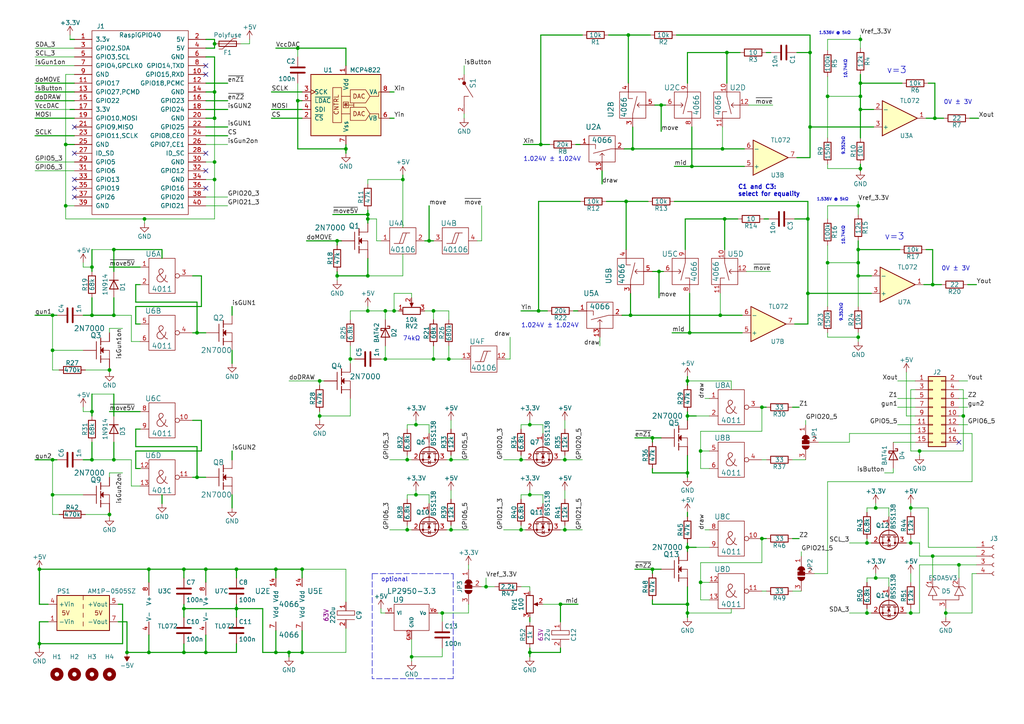
<source format=kicad_sch>
(kicad_sch (version 20211123) (generator eeschema)
  (paper "A4")
  (title_block (title "Vector Drawing for WWI") (date "2023-09-08") (rev "1.0d"))
  (junction (at 62.23 26.67))
  (junction (at 59.69 189.23))
  (junction (at 151.13 153.67))
  (junction (at 26.67 91.44))
  (junction (at 249.555 24.13))
  (junction (at 153.67 143.51))
  (junction (at 153.67 123.19))
  (junction (at 199.39 110.49))
  (junction (at 182.88 91.44))
  (junction (at 33.02 133.35))
  (junction (at 125.73 104.14))
  (junction (at 120.65 123.19))
  (junction (at 86.36 29.21))
  (junction (at 116.84 52.07))
  (junction (at 68.58 176.53))
  (junction (at 33.02 91.44))
  (junction (at 15.24 91.44))
  (junction (at 83.82 189.23))
  (junction (at 92.71 110.49))
  (junction (at 162.56 175.26))
  (junction (at 210.82 15.24))
  (junction (at 199.39 158.75))
  (junction (at 130.81 133.35))
  (junction (at 189.23 127))
  (junction (at 278.13 163.83))
  (junction (at 92.71 120.65))
  (junction (at 264.16 147.32))
  (junction (at 57.15 96.52))
  (junction (at 97.79 69.85))
  (junction (at 59.69 165.1))
  (junction (at 191.77 30.48))
  (junction (at 26.67 77.47))
  (junction (at 43.18 189.23))
  (junction (at 151.13 133.35))
  (junction (at 31.75 149.225))
  (junction (at 248.92 97.79))
  (junction (at 264.16 177.8))
  (junction (at 62.23 46.99))
  (junction (at 266.7 130.81))
  (junction (at 62.23 34.29))
  (junction (at 26.67 133.35))
  (junction (at 140.97 170.18))
  (junction (at 26.67 119.38))
  (junction (at 248.92 72.39))
  (junction (at 33.02 72.39))
  (junction (at 234.95 15.24))
  (junction (at 210.185 63.5))
  (junction (at 15.24 133.35))
  (junction (at 199.39 137.16))
  (junction (at 249.555 31.75))
  (junction (at 87.63 189.23))
  (junction (at 191.135 78.74))
  (junction (at 264.16 157.48))
  (junction (at 130.81 153.67))
  (junction (at 248.92 80.01))
  (junction (at 15.24 143.51))
  (junction (at 163.83 153.67))
  (junction (at 240.03 27.94))
  (junction (at 199.39 177.8))
  (junction (at 87.63 165.1))
  (junction (at 251.46 177.8))
  (junction (at 53.34 189.23))
  (junction (at 57.15 138.43))
  (junction (at 128.27 177.8))
  (junction (at 209.55 43.18))
  (junction (at 11.43 186.69))
  (junction (at 249.555 48.895))
  (junction (at 106.68 80.01))
  (junction (at 199.39 120.65))
  (junction (at 19.05 41.91))
  (junction (at 240.03 76.2))
  (junction (at 254 167.64))
  (junction (at 62.23 52.07))
  (junction (at 181.61 58.42))
  (junction (at 274.32 177.8))
  (junction (at 270.51 82.55))
  (junction (at 36.83 189.23))
  (junction (at 118.11 133.35))
  (junction (at 153.67 189.23))
  (junction (at 120.65 143.51))
  (junction (at 80.01 165.1))
  (junction (at 106.68 62.23))
  (junction (at 200.025 96.52))
  (junction (at 53.34 176.53))
  (junction (at 279.4 120.65))
  (junction (at 156.845 41.91))
  (junction (at 111.76 90.17))
  (junction (at 200.66 48.26))
  (junction (at 254 147.32))
  (junction (at 234.95 36.83))
  (junction (at 130.175 104.14))
  (junction (at 208.915 91.44))
  (junction (at 248.92 59.69))
  (junction (at 199.39 175.26))
  (junction (at 114.3 90.17))
  (junction (at 53.34 165.1))
  (junction (at 119.38 190.5))
  (junction (at 125.73 90.17))
  (junction (at 19.05 59.69))
  (junction (at 43.18 165.1))
  (junction (at 234.315 63.5))
  (junction (at 86.36 13.97))
  (junction (at 248.92 76.2))
  (junction (at 111.76 104.14))
  (junction (at 183.515 43.18))
  (junction (at 124.46 69.85))
  (junction (at 203.2 130.81))
  (junction (at 189.23 165.1))
  (junction (at 100.33 43.18))
  (junction (at 15.24 101.6))
  (junction (at 62.23 12.7))
  (junction (at 220.98 118.11))
  (junction (at 118.11 153.67))
  (junction (at 106.68 90.17))
  (junction (at 251.46 157.48))
  (junction (at 106.68 63.5))
  (junction (at 80.01 189.23))
  (junction (at 41.91 63.5))
  (junction (at 163.83 133.35))
  (junction (at 68.58 165.1))
  (junction (at 271.145 34.29))
  (junction (at 31.75 107.315))
  (junction (at 97.79 80.01))
  (junction (at 203.2 168.91))
  (junction (at 234.315 85.09))
  (junction (at 270.51 161.29))
  (junction (at 249.555 27.94))
  (junction (at 182.245 10.16))
  (junction (at 249.555 11.43))
  (junction (at 156.21 90.17))
  (junction (at 101.6 104.14))
  (junction (at 220.98 156.21))
  (junction (at 11.43 165.1))
  (no_connect (at 59.69 54.61))
  (no_connect (at 278.13 128.27))
  (no_connect (at 59.69 19.05))
  (no_connect (at 21.59 54.61))
  (no_connect (at 21.59 44.45))
  (no_connect (at 21.59 52.07))
  (no_connect (at 59.69 49.53))
  (no_connect (at 59.69 44.45))
  (no_connect (at 21.59 36.83))
  (no_connect (at 59.69 21.59))
  (no_connect (at 21.59 57.15))
  (wire (pts (xy 168.91 10.16) (xy 156.845 10.16)) (stroke (width 0.3048)))
  (wire (pts (xy 38.1 133.35) (xy 38.1 140.97)))
  (wire (pts (xy 182.88 91.44) (xy 208.915 91.44)) (stroke (width 0.3048)))
  (wire (pts (xy 62.23 12.7) (xy 62.23 11.43)))
  (wire (pts (xy 101.6 90.17) (xy 106.68 90.17)))
  (wire (pts (xy 101.6 104.14) (xy 101.6 105.41)))
  (wire (pts (xy 248.92 72.39) (xy 248.92 76.2)) (stroke (width 0.3048)))
  (wire (pts (xy 19.05 59.69) (xy 21.59 59.69)))
  (wire (pts (xy 39.37 124.46) (xy 39.37 129.54)) (stroke (width 0.3048)))
  (wire (pts (xy 203.2 125.095) (xy 220.98 125.095)))
  (wire (pts (xy 269.24 24.13) (xy 271.145 24.13)) (stroke (width 0.3048)))
  (wire (pts (xy 39.37 88.9) (xy 39.37 93.98)) (stroke (width 0.3048)))
  (wire (pts (xy 24.13 76.2) (xy 24.13 77.47)))
  (wire (pts (xy 97.79 71.12) (xy 97.79 69.85)) (stroke (width 0.3048)))
  (wire (pts (xy 67.31 130.81) (xy 67.31 133.35)) (stroke (width 0.3048)))
  (wire (pts (xy 111.76 90.17) (xy 114.3 90.17)))
  (wire (pts (xy 157.48 123.19) (xy 157.48 125.73)))
  (wire (pts (xy 118.11 153.67) (xy 119.38 153.67)))
  (wire (pts (xy 113.03 34.29) (xy 114.3 34.29)) (stroke (width 0.3048)))
  (wire (pts (xy 139.7 170.18) (xy 140.97 170.18)))
  (wire (pts (xy 59.69 36.83) (xy 66.04 36.83)) (stroke (width 0.3048)))
  (wire (pts (xy 203.2 135.89) (xy 203.2 130.81)))
  (wire (pts (xy 106.68 52.07) (xy 116.84 52.07)))
  (wire (pts (xy 181.61 58.42) (xy 187.96 58.42)) (stroke (width 0.3048)))
  (wire (pts (xy 15.24 149.225) (xy 15.24 143.51)))
  (wire (pts (xy 162.56 133.35) (xy 163.83 133.35)))
  (wire (pts (xy 106.68 88.9) (xy 106.68 90.17)))
  (wire (pts (xy 234.95 15.24) (xy 234.95 36.83)) (stroke (width 0.3048)))
  (wire (pts (xy 231.14 45.72) (xy 234.95 45.72)) (stroke (width 0.3048)))
  (wire (pts (xy 240.03 63.5) (xy 240.03 59.69)))
  (wire (pts (xy 116.84 50.8) (xy 116.84 52.07)) (stroke (width 0.3048)))
  (wire (pts (xy 191.77 38.1) (xy 191.77 30.48)) (stroke (width 0.3048)))
  (wire (pts (xy 59.69 31.75) (xy 66.04 31.75)) (stroke (width 0.3048)))
  (wire (pts (xy 254 147.32) (xy 257.81 147.32)))
  (wire (pts (xy 182.245 10.16) (xy 188.595 10.16)) (stroke (width 0.3048)))
  (wire (pts (xy 33.02 133.35) (xy 38.1 133.35)))
  (wire (pts (xy 125.73 100.33) (xy 125.73 104.14)))
  (wire (pts (xy 119.38 86.36) (xy 119.38 85.09)))
  (wire (pts (xy 67.31 101.6) (xy 67.31 105.41)) (stroke (width 0.3048)))
  (wire (pts (xy 31.75 138.43) (xy 31.75 137.16)))
  (wire (pts (xy 278.13 115.57) (xy 280.67 115.57)))
  (wire (pts (xy 151.765 41.91) (xy 156.845 41.91)) (stroke (width 0.3048)))
  (wire (pts (xy 33.02 120.65) (xy 33.02 114.3)) (stroke (width 0.3048)))
  (wire (pts (xy 199.39 158.75) (xy 201.93 158.75)) (stroke (width 0.3048)))
  (wire (pts (xy 213.995 63.5) (xy 210.185 63.5)) (stroke (width 0.3048)))
  (wire (pts (xy 278.13 123.19) (xy 280.67 123.19)))
  (wire (pts (xy 46.99 72.39) (xy 33.02 72.39)) (stroke (width 0.3048)))
  (wire (pts (xy 240.03 11.43) (xy 240.03 14.605)))
  (wire (pts (xy 26.67 119.38) (xy 26.67 114.3)) (stroke (width 0.3048)))
  (wire (pts (xy 274.32 177.8) (xy 274.32 179.07)))
  (wire (pts (xy 59.69 189.23) (xy 59.69 184.15)) (stroke (width 0.3048)))
  (wire (pts (xy 118.11 152.4) (xy 118.11 153.67)))
  (wire (pts (xy 114.3 85.09) (xy 114.3 90.17)))
  (wire (pts (xy 249.555 49.53) (xy 249.555 48.895)) (stroke (width 0.3048)))
  (wire (pts (xy 11.43 180.34) (xy 11.43 186.69)) (stroke (width 0.3048)))
  (wire (pts (xy 10.16 31.75) (xy 20.32 31.75)))
  (wire (pts (xy 57.15 129.54) (xy 57.15 138.43)) (stroke (width 0.3048)))
  (wire (pts (xy 59.69 16.51) (xy 62.23 16.51)) (stroke (width 0.3048)))
  (wire (pts (xy 135.89 175.26) (xy 135.89 177.8)))
  (wire (pts (xy 198.755 63.5) (xy 198.755 72.39)) (stroke (width 0.3048)))
  (wire (pts (xy 128.27 177.8) (xy 135.89 177.8)))
  (wire (pts (xy 114.3 90.17) (xy 115.57 90.17)))
  (wire (pts (xy 209.55 43.18) (xy 215.9 43.18)) (stroke (width 0.3048)))
  (wire (pts (xy 234.95 10.16) (xy 234.95 15.24)) (stroke (width 0.3048)))
  (wire (pts (xy 251.46 177.8) (xy 252.73 177.8)))
  (wire (pts (xy 199.39 109.22) (xy 199.39 110.49)) (stroke (width 0.3048)))
  (wire (pts (xy 203.2 173.99) (xy 203.2 168.91)))
  (wire (pts (xy 118.11 133.35) (xy 119.38 133.35)))
  (wire (pts (xy 199.39 110.49) (xy 199.39 111.76)) (stroke (width 0.3048)))
  (wire (pts (xy 15.24 101.6) (xy 15.24 91.44)))
  (wire (pts (xy 271.145 34.29) (xy 273.685 34.29)) (stroke (width 0.3048)))
  (wire (pts (xy 278.13 110.49) (xy 280.67 110.49)))
  (wire (pts (xy 24.765 107.315) (xy 31.75 107.315)))
  (wire (pts (xy 266.7 161.29) (xy 270.51 161.29)))
  (wire (pts (xy 101.6 92.71) (xy 101.6 90.17)))
  (wire (pts (xy 249.555 21.59) (xy 249.555 24.13)) (stroke (width 0.3048)))
  (wire (pts (xy 10.16 13.97) (xy 21.59 13.97)))
  (wire (pts (xy 210.185 63.5) (xy 210.185 72.39)) (stroke (width 0.3048)))
  (wire (pts (xy 97.79 80.01) (xy 97.79 81.28)))
  (wire (pts (xy 78.74 31.75) (xy 87.63 31.75)) (stroke (width 0.3048)))
  (wire (pts (xy 111.76 177.8) (xy 110.49 177.8)))
  (wire (pts (xy 68.58 189.23) (xy 68.58 186.69)) (stroke (width 0.3048)))
  (wire (pts (xy 72.39 12.7) (xy 72.39 11.43)))
  (wire (pts (xy 216.535 78.74) (xy 223.52 78.74)))
  (wire (pts (xy 210.82 15.24) (xy 210.82 24.13)) (stroke (width 0.3048)))
  (wire (pts (xy 199.39 110.49) (xy 212.09 110.49)))
  (wire (pts (xy 106.68 74.93) (xy 106.68 80.01)) (stroke (width 0.3048)))
  (wire (pts (xy 249.555 11.43) (xy 249.555 13.97)))
  (wire (pts (xy 153.67 121.92) (xy 153.67 123.19)))
  (wire (pts (xy 97.79 69.85) (xy 88.9 69.85)) (stroke (width 0.3048)))
  (wire (pts (xy 220.98 125.095) (xy 220.98 118.11)))
  (wire (pts (xy 156.845 10.16) (xy 156.845 41.91)) (stroke (width 0.3048)))
  (wire (pts (xy 264.16 146.05) (xy 264.16 147.32)))
  (wire (pts (xy 199.39 148.59) (xy 199.39 149.86)) (stroke (width 0.3048)))
  (wire (pts (xy 162.56 175.26) (xy 167.64 175.26)) (stroke (width 0.3048)))
  (wire (pts (xy 10.16 46.99) (xy 21.59 46.99)))
  (wire (pts (xy 19.05 41.91) (xy 19.05 59.69)))
  (wire (pts (xy 15.24 107.315) (xy 15.24 101.6)))
  (wire (pts (xy 101.6 120.65) (xy 92.71 120.65)))
  (wire (pts (xy 189.23 135.89) (xy 189.23 137.16)) (stroke (width 0.3048)))
  (wire (pts (xy 53.34 165.1) (xy 59.69 165.1)) (stroke (width 0.3048)))
  (wire (pts (xy 208.915 91.44) (xy 215.265 91.44)) (stroke (width 0.3048)))
  (wire (pts (xy 240.03 27.94) (xy 249.555 27.94)))
  (wire (pts (xy 111.76 104.14) (xy 125.73 104.14)))
  (wire (pts (xy 39.37 129.54) (xy 57.15 129.54)) (stroke (width 0.3048)))
  (wire (pts (xy 134.62 21.59) (xy 134.62 19.05)))
  (wire (pts (xy 24.13 118.11) (xy 24.13 119.38)))
  (wire (pts (xy 162.56 175.26) (xy 162.56 180.34)) (stroke (width 0.3048)))
  (wire (pts (xy 151.13 170.18) (xy 153.67 170.18)))
  (wire (pts (xy 35.56 186.69) (xy 35.56 175.26)) (stroke (width 0.3048)))
  (wire (pts (xy 270.51 82.55) (xy 273.05 82.55)) (stroke (width 0.3048)))
  (wire (pts (xy 125.73 69.85) (xy 124.46 69.85)) (stroke (width 0.3048)))
  (wire (pts (xy 163.83 133.35) (xy 168.91 133.35)))
  (wire (pts (xy 270.51 82.55) (xy 267.97 82.55)) (stroke (width 0.3048)))
  (wire (pts (xy 222.25 15.24) (xy 223.52 15.24)) (stroke (width 0.3048)))
  (wire (pts (xy 176.53 10.16) (xy 182.245 10.16)) (stroke (width 0.3048)))
  (wire (pts (xy 283.21 166.37) (xy 281.94 166.37)))
  (wire (pts (xy 199.39 120.65) (xy 201.93 120.65)) (stroke (width 0.3048)))
  (wire (pts (xy 266.7 157.48) (xy 266.7 161.29)))
  (wire (pts (xy 191.77 30.48) (xy 193.04 30.48)) (stroke (width 0.3048)))
  (wire (pts (xy 279.4 113.03) (xy 279.4 120.65)))
  (wire (pts (xy 151.13 123.19) (xy 153.67 123.19)))
  (wire (pts (xy 200.66 36.83) (xy 200.66 48.26)) (stroke (width 0.3048)))
  (wire (pts (xy 106.68 90.17) (xy 111.76 90.17)))
  (wire (pts (xy 124.46 123.19) (xy 124.46 125.73)))
  (wire (pts (xy 249.555 10.16) (xy 249.555 11.43)))
  (wire (pts (xy 130.175 92.71) (xy 130.175 90.17)))
  (wire (pts (xy 127 177.8) (xy 128.27 177.8)))
  (wire (pts (xy 100.33 41.91) (xy 100.33 43.18)) (stroke (width 0.3048)))
  (wire (pts (xy 40.64 82.55) (xy 39.37 82.55)) (stroke (width 0.3048)))
  (wire (pts (xy 260.35 118.11) (xy 265.43 118.11)))
  (wire (pts (xy 281.94 177.8) (xy 274.32 177.8)))
  (wire (pts (xy 31.75 149.225) (xy 31.75 149.86)))
  (wire (pts (xy 53.34 186.69) (xy 53.34 189.23)) (stroke (width 0.3048)))
  (wire (pts (xy 11.43 186.69) (xy 11.43 187.96)) (stroke (width 0.3048)))
  (wire (pts (xy 26.67 133.35) (xy 33.02 133.35)))
  (wire (pts (xy 62.23 46.99) (xy 62.23 34.29)))
  (wire (pts (xy 26.67 120.65) (xy 26.67 119.38)) (stroke (width 0.3048)))
  (wire (pts (xy 181.61 72.39) (xy 181.61 58.42)) (stroke (width 0.3048)))
  (wire (pts (xy 53.34 176.53) (xy 68.58 176.53)) (stroke (width 0.3048)))
  (wire (pts (xy 268.605 72.39) (xy 270.51 72.39)) (stroke (width 0.3048)))
  (wire (pts (xy 130.81 152.4) (xy 130.81 153.67)))
  (wire (pts (xy 180.975 43.18) (xy 183.515 43.18)) (stroke (width 0.3048)))
  (wire (pts (xy 266.7 163.83) (xy 266.7 177.8)))
  (wire (pts (xy 199.39 179.07) (xy 199.39 177.8)) (stroke (width 0.3048)))
  (wire (pts (xy 232.41 160.02) (xy 232.41 161.29)))
  (polyline (pts (xy 131.445 166.37) (xy 131.445 196.85)))
  (wire (pts (xy 269.24 158.75) (xy 283.21 158.75)))
  (wire (pts (xy 101.6 104.14) (xy 102.87 104.14)))
  (wire (pts (xy 260.35 115.57) (xy 265.43 115.57)))
  (wire (pts (xy 114.3 26.67) (xy 113.03 26.67)) (stroke (width 0.3048)))
  (wire (pts (xy 62.23 12.7) (xy 62.23 11.43)) (stroke (width 0.3048)))
  (wire (pts (xy 270.51 72.39) (xy 270.51 82.55)) (stroke (width 0.3048)))
  (wire (pts (xy 248.92 97.79) (xy 248.92 99.06)))
  (wire (pts (xy 15.24 143.51) (xy 15.24 133.35)))
  (wire (pts (xy 20.32 31.75) (xy 21.59 31.75)) (stroke (width 0.3048)))
  (wire (pts (xy 254 167.64) (xy 257.81 167.64)))
  (wire (pts (xy 264.16 157.48) (xy 266.7 157.48)))
  (wire (pts (xy 118.11 132.08) (xy 118.11 133.35)))
  (wire (pts (xy 166.37 90.17) (xy 167.64 90.17)) (stroke (width 0.3048)))
  (wire (pts (xy 264.16 130.81) (xy 266.7 130.81)))
  (wire (pts (xy 87.63 165.1) (xy 87.63 167.64)) (stroke (width 0.3048)))
  (wire (pts (xy 111.76 100.33) (xy 111.76 104.14)))
  (wire (pts (xy 34.29 180.34) (xy 36.83 180.34)) (stroke (width 0.3048)))
  (wire (pts (xy 248.92 97.79) (xy 248.92 96.52)))
  (wire (pts (xy 251.46 176.53) (xy 251.46 177.8)))
  (wire (pts (xy 21.59 41.91) (xy 19.05 41.91)) (stroke (width 0.3048)))
  (wire (pts (xy 109.22 69.85) (xy 109.22 63.5)))
  (wire (pts (xy 237.49 128.27) (xy 246.38 128.27)))
  (wire (pts (xy 151.13 90.17) (xy 156.21 90.17)) (stroke (width 0.3048)))
  (wire (pts (xy 208.915 85.09) (xy 208.915 91.44)))
  (wire (pts (xy 57.15 138.43) (xy 55.88 138.43)) (stroke (width 0.3048)))
  (wire (pts (xy 58.42 121.92) (xy 58.42 130.81)) (stroke (width 0.3048)))
  (wire (pts (xy 251.46 148.59) (xy 251.46 147.32)))
  (wire (pts (xy 110.49 177.8) (xy 110.49 176.53)))
  (wire (pts (xy 106.68 60.96) (xy 106.68 62.23)) (stroke (width 0.3048)))
  (wire (pts (xy 130.81 153.67) (xy 135.89 153.67)))
  (wire (pts (xy 180.34 91.44) (xy 182.88 91.44)) (stroke (width 0.3048)))
  (wire (pts (xy 26.67 114.3) (xy 33.02 114.3)))
  (wire (pts (xy 264.16 113.03) (xy 264.16 130.81)))
  (wire (pts (xy 19.05 59.69) (xy 19.05 63.5)))
  (wire (pts (xy 106.68 63.5) (xy 109.22 63.5)))
  (wire (pts (xy 40.64 77.47) (xy 31.75 77.47)) (stroke (width 0.3048)))
  (wire (pts (xy 201.93 158.75) (xy 205.74 158.75)))
  (wire (pts (xy 262.89 177.8) (xy 264.16 177.8)))
  (wire (pts (xy 26.67 78.74) (xy 26.67 77.47)) (stroke (width 0.3048)))
  (wire (pts (xy 76.2 176.53) (xy 76.2 189.23)) (stroke (width 0.3048)))
  (wire (pts (xy 249.555 48.895) (xy 249.555 47.625)) (stroke (width 0.3048)))
  (wire (pts (xy 100.33 43.18) (xy 86.36 43.18)) (stroke (width 0.3048)))
  (wire (pts (xy 67.31 88.9) (xy 67.31 91.44)) (stroke (width 0.3048)))
  (wire (pts (xy 240.03 47.625) (xy 240.03 48.895)))
  (wire (pts (xy 157.48 143.51) (xy 157.48 146.05)))
  (wire (pts (xy 33.02 128.27) (xy 33.02 133.35)) (stroke (width 0.3048)))
  (wire (pts (xy 68.58 165.1) (xy 59.69 165.1)) (stroke (width 0.3048)))
  (wire (pts (xy 24.13 133.35) (xy 26.67 133.35)) (stroke (width 0.3048)))
  (wire (pts (xy 246.38 128.27) (xy 246.38 125.73)))
  (wire (pts (xy 189.23 173.99) (xy 189.23 175.26)) (stroke (width 0.3048)))
  (wire (pts (xy 140.97 167.64) (xy 140.97 170.18)))
  (wire (pts (xy 199.39 138.43) (xy 199.39 137.16)) (stroke (width 0.3048)))
  (wire (pts (xy 163.83 121.92) (xy 163.83 124.46)))
  (wire (pts (xy 38.1 91.44) (xy 38.1 99.06)))
  (wire (pts (xy 204.47 115.57) (xy 205.74 115.57)))
  (wire (pts (xy 53.34 189.23) (xy 59.69 189.23)) (stroke (width 0.3048)))
  (wire (pts (xy 212.09 176.53) (xy 212.09 177.8)))
  (wire (pts (xy 195.58 58.42) (xy 234.315 58.42)) (stroke (width 0.3048)))
  (wire (pts (xy 59.69 13.97) (xy 62.23 13.97)) (stroke (width 0.3048)))
  (wire (pts (xy 203.2 130.81) (xy 203.2 125.095)))
  (wire (pts (xy 129.54 133.35) (xy 130.81 133.35)))
  (wire (pts (xy 86.36 29.21) (xy 86.36 43.18)) (stroke (width 0.3048)))
  (wire (pts (xy 24.13 101.6) (xy 15.24 101.6)))
  (wire (pts (xy 31.75 148.59) (xy 31.75 149.225)))
  (wire (pts (xy 199.39 177.8) (xy 199.39 175.26)) (stroke (width 0.3048)))
  (wire (pts (xy 68.58 176.53) (xy 76.2 176.53)) (stroke (width 0.3048)))
  (wire (pts (xy 220.98 156.21) (xy 222.25 156.21)) (stroke (width 0.3048)))
  (wire (pts (xy 138.43 69.85) (xy 139.7 69.85)))
  (wire (pts (xy 106.68 63.5) (xy 106.68 64.77)) (stroke (width 0.3048)))
  (wire (pts (xy 110.49 69.85) (xy 109.22 69.85)))
  (wire (pts (xy 233.68 121.92) (xy 233.68 123.19)))
  (wire (pts (xy 83.82 189.23) (xy 87.63 189.23)) (stroke (width 0.3048)))
  (wire (pts (xy 199.39 157.48) (xy 199.39 158.75)) (stroke (width 0.3048)))
  (wire (pts (xy 80.01 182.88) (xy 80.01 189.23)) (stroke (width 0.3048)))
  (wire (pts (xy 217.17 30.48) (xy 224.155 30.48)))
  (wire (pts (xy 278.13 125.73) (xy 281.94 125.73)))
  (wire (pts (xy 230.505 63.5) (xy 234.315 63.5)) (stroke (width 0.3048)))
  (wire (pts (xy 43.18 189.23) (xy 53.34 189.23)) (stroke (width 0.3048)))
  (wire (pts (xy 87.63 29.21) (xy 86.36 29.21)) (stroke (width 0.3048)))
  (wire (pts (xy 100.33 174.625) (xy 100.33 165.1)))
  (wire (pts (xy 147.955 97.79) (xy 147.955 104.14)))
  (wire (pts (xy 231.14 15.24) (xy 234.95 15.24)) (stroke (width 0.3048)))
  (wire (pts (xy 106.68 80.01) (xy 97.79 80.01)) (stroke (width 0.3048)))
  (wire (pts (xy 68.58 176.53) (xy 68.58 175.26)) (stroke (width 0.3048)))
  (wire (pts (xy 189.23 166.37) (xy 189.23 165.1)) (stroke (width 0.3048)))
  (wire (pts (xy 189.23 127) (xy 184.15 127)) (stroke (width 0.3048)))
  (wire (pts (xy 281.94 139.7) (xy 281.94 125.73)))
  (wire (pts (xy 198.755 63.5) (xy 210.185 63.5)) (stroke (width 0.3048)))
  (wire (pts (xy 59.69 26.67) (xy 62.23 26.67)) (stroke (width 0.3048)))
  (wire (pts (xy 69.85 12.7) (xy 72.39 12.7)))
  (wire (pts (xy 280.67 82.55) (xy 283.21 82.55)) (stroke (width 0.3048)))
  (wire (pts (xy 248.92 76.2) (xy 248.92 80.01)) (stroke (width 0.3048)))
  (wire (pts (xy 76.2 189.23) (xy 80.01 189.23)) (stroke (width 0.3048)))
  (wire (pts (xy 196.215 10.16) (xy 234.95 10.16)) (stroke (width 0.3048)))
  (wire (pts (xy 16.51 133.35) (xy 15.24 133.35)) (stroke (width 0.3048)))
  (wire (pts (xy 66.04 29.21) (xy 59.69 29.21)) (stroke (width 0.3048)))
  (wire (pts (xy 26.67 128.27) (xy 26.67 133.35)) (stroke (width 0.3048)))
  (wire (pts (xy 39.37 130.81) (xy 58.42 130.81)) (stroke (width 0.3048)))
  (wire (pts (xy 100.33 189.23) (xy 87.63 189.23)))
  (wire (pts (xy 199.39 15.24) (xy 210.82 15.24)) (stroke (width 0.3048)))
  (wire (pts (xy 10.16 24.13) (xy 21.59 24.13)) (stroke (width 0.3048)))
  (wire (pts (xy 59.69 52.07) (xy 62.23 52.07)))
  (wire (pts (xy 153.67 187.96) (xy 153.67 189.23)) (stroke (width 0.3048)))
  (wire (pts (xy 271.145 34.29) (xy 268.605 34.29)) (stroke (width 0.3048)))
  (wire (pts (xy 220.98 118.11) (xy 222.25 118.11)))
  (wire (pts (xy 80.01 189.23) (xy 83.82 189.23)) (stroke (width 0.3048)))
  (polyline (pts (xy 107.95 166.37) (xy 107.95 196.85)))
  (wire (pts (xy 83.82 110.49) (xy 92.71 110.49)))
  (wire (pts (xy 189.23 175.26) (xy 199.39 175.26)) (stroke (width 0.3048)))
  (polyline (pts (xy 107.95 166.37) (xy 131.445 166.37)))
  (wire (pts (xy 200.025 96.52) (xy 215.265 96.52)) (stroke (width 0.3048)))
  (wire (pts (xy 220.98 171.45) (xy 222.25 171.45)))
  (wire (pts (xy 130.175 104.14) (xy 133.985 104.14)))
  (wire (pts (xy 214.63 15.24) (xy 210.82 15.24)) (stroke (width 0.3048)))
  (wire (pts (xy 278.13 163.83) (xy 278.13 167.64)))
  (wire (pts (xy 62.23 34.29) (xy 59.69 34.29)) (stroke (width 0.3048)))
  (wire (pts (xy 220.98 156.21) (xy 222.25 156.21)))
  (wire (pts (xy 278.13 118.11) (xy 280.67 118.11)))
  (wire (pts (xy 240.03 76.2) (xy 240.03 88.9)))
  (wire (pts (xy 10.16 91.44) (xy 15.24 91.44)) (stroke (width 0.3048)))
  (wire (pts (xy 38.1 140.97) (xy 40.64 140.97)))
  (wire (pts (xy 270.51 161.29) (xy 283.21 161.29)))
  (wire (pts (xy 130.81 133.35) (xy 135.89 133.35)))
  (wire (pts (xy 38.1 99.06) (xy 40.64 99.06)))
  (wire (pts (xy 59.69 57.15) (xy 66.04 57.15)))
  (wire (pts (xy 130.81 142.24) (xy 130.81 144.78)))
  (wire (pts (xy 119.38 85.09) (xy 114.3 85.09)))
  (wire (pts (xy 13.97 175.26) (xy 11.43 175.26)) (stroke (width 0.3048)))
  (wire (pts (xy 92.71 119.38) (xy 92.71 120.65)))
  (wire (pts (xy 240.03 22.225) (xy 240.03 27.94)))
  (wire (pts (xy 130.175 100.33) (xy 130.175 104.14)))
  (wire (pts (xy 240.03 48.895) (xy 249.555 48.895)))
  (wire (pts (xy 220.98 163.195) (xy 220.98 156.21)))
  (wire (pts (xy 153.67 189.23) (xy 153.67 190.5)) (stroke (width 0.3048)))
  (wire (pts (xy 57.15 138.43) (xy 59.69 138.43)) (stroke (width 0.3048)))
  (wire (pts (xy 251.46 167.64) (xy 254 167.64)))
  (wire (pts (xy 68.58 167.64) (xy 68.58 165.1)) (stroke (width 0.3048)))
  (wire (pts (xy 39.37 130.81) (xy 39.37 135.89)) (stroke (width 0.3048)))
  (wire (pts (xy 31.75 96.52) (xy 31.75 95.25)))
  (wire (pts (xy 118.11 144.78) (xy 118.11 143.51)))
  (wire (pts (xy 125.73 90.17) (xy 130.175 90.17)))
  (polyline (pts (xy 131.445 196.85) (xy 107.95 196.85)))
  (wire (pts (xy 116.84 73.66) (xy 116.84 80.01)))
  (wire (pts (xy 20.32 10.16) (xy 20.32 11.43)))
  (wire (pts (xy 19.05 63.5) (xy 41.91 63.5)))
  (wire (pts (xy 183.515 36.83) (xy 183.515 43.18)) (stroke (width 0.3048)))
  (wire (pts (xy 146.05 153.67) (xy 151.13 153.67)))
  (wire (pts (xy 113.03 153.67) (xy 118.11 153.67)))
  (wire (pts (xy 248.92 69.85) (xy 248.92 72.39)) (stroke (width 0.3048)))
  (wire (pts (xy 97.79 80.01) (xy 97.79 78.74)) (stroke (width 0.3048)))
  (wire (pts (xy 249.555 31.75) (xy 249.555 40.005)) (stroke (width 0.3048)))
  (wire (pts (xy 119.38 190.5) (xy 128.27 190.5)))
  (wire (pts (xy 259.08 135.89) (xy 259.08 137.16)))
  (wire (pts (xy 199.39 137.16) (xy 199.39 132.08)) (stroke (width 0.3048)))
  (wire (pts (xy 59.69 11.43) (xy 62.23 11.43)) (stroke (width 0.3048)))
  (wire (pts (xy 151.13 133.35) (xy 152.4 133.35)))
  (wire (pts (xy 234.315 85.09) (xy 234.315 93.98)) (stroke (width 0.3048)))
  (wire (pts (xy 21.59 21.59) (xy 19.05 21.59)))
  (wire (pts (xy 128.27 190.5) (xy 128.27 187.96)))
  (wire (pts (xy 41.91 63.5) (xy 62.23 63.5)))
  (wire (pts (xy 120.65 143.51) (xy 124.46 143.51)))
  (wire (pts (xy 191.135 78.74) (xy 192.405 78.74)) (stroke (width 0.3048)))
  (wire (pts (xy 31.75 95.25) (xy 35.56 95.25)))
  (wire (pts (xy 175.895 58.42) (xy 181.61 58.42)) (stroke (width 0.3048)))
  (wire (pts (xy 252.73 80.01) (xy 248.92 80.01)) (stroke (width 0.3048)))
  (wire (pts (xy 24.13 77.47) (xy 26.67 77.47)))
  (wire (pts (xy 62.23 13.97) (xy 62.23 12.7)) (stroke (width 0.3048)))
  (wire (pts (xy 182.88 85.09) (xy 182.88 91.44)) (stroke (width 0.3048)))
  (wire (pts (xy 26.67 72.39) (xy 33.02 72.39)))
  (wire (pts (xy 111.76 90.17) (xy 111.76 92.71)))
  (wire (pts (xy 229.87 156.21) (xy 231.775 156.21)) (stroke (width 0.3048)))
  (wire (pts (xy 251.46 147.32) (xy 254 147.32)))
  (wire (pts (xy 59.69 24.13) (xy 66.04 24.13)) (stroke (width 0.3048)))
  (wire (pts (xy 120.65 121.92) (xy 120.65 123.19)))
  (wire (pts (xy 251.46 156.21) (xy 251.46 157.48)))
  (wire (pts (xy 194.945 96.52) (xy 200.025 96.52)) (stroke (width 0.3048)))
  (wire (pts (xy 265.43 113.03) (xy 264.16 113.03)))
  (wire (pts (xy 279.4 120.65) (xy 279.4 130.81)))
  (wire (pts (xy 266.7 130.81) (xy 279.4 130.81)))
  (wire (pts (xy 15.24 107.315) (xy 17.145 107.315)))
  (wire (pts (xy 106.68 62.23) (xy 106.68 63.5)) (stroke (width 0.3048)))
  (wire (pts (xy 119.38 190.5) (xy 119.38 191.77)))
  (wire (pts (xy 39.37 93.98) (xy 40.64 93.98)) (stroke (width 0.3048)))
  (wire (pts (xy 53.34 176.53) (xy 53.34 179.07)) (stroke (width 0.3048)))
  (wire (pts (xy 229.87 118.11) (xy 231.775 118.11)) (stroke (width 0.3048)))
  (wire (pts (xy 205.74 135.89) (xy 203.2 135.89)))
  (wire (pts (xy 11.43 175.26) (xy 11.43 165.1)) (stroke (width 0.3048)))
  (wire (pts (xy 257.81 147.32) (xy 257.81 149.86)))
  (wire (pts (xy 106.68 80.01) (xy 116.84 80.01)))
  (wire (pts (xy 153.67 179.07) (xy 153.67 180.34)) (stroke (width 0.3048)))
  (wire (pts (xy 99.06 69.85) (xy 97.79 69.85)) (stroke (width 0.3048)))
  (wire (pts (xy 120.65 123.19) (xy 124.46 123.19)))
  (wire (pts (xy 62.23 16.51) (xy 62.23 26.67)) (stroke (width 0.3048)))
  (wire (pts (xy 59.69 41.91) (xy 66.04 41.91)))
  (wire (pts (xy 240.03 76.2) (xy 248.92 76.2)))
  (wire (pts (xy 13.97 180.34) (xy 11.43 180.34)) (stroke (width 0.3048)))
  (wire (pts (xy 153.67 143.51) (xy 157.48 143.51)))
  (wire (pts (xy 271.145 24.13) (xy 271.145 34.29)) (stroke (width 0.3048)))
  (wire (pts (xy 220.98 118.11) (xy 222.25 118.11)) (stroke (width 0.3048)))
  (wire (pts (xy 189.23 78.74) (xy 191.135 78.74)) (stroke (width 0.3048)))
  (wire (pts (xy 116.84 52.07) (xy 116.84 66.04)))
  (wire (pts (xy 118.11 124.46) (xy 118.11 123.19)))
  (wire (pts (xy 191.135 86.36) (xy 191.135 78.74)) (stroke (width 0.3048)))
  (wire (pts (xy 55.88 80.01) (xy 58.42 80.01)) (stroke (width 0.3048)))
  (wire (pts (xy 264.16 166.37) (xy 264.16 168.91)))
  (wire (pts (xy 124.46 69.85) (xy 123.19 69.85)) (stroke (width 0.3048)))
  (wire (pts (xy 229.87 171.45) (xy 232.41 171.45)))
  (wire (pts (xy 240.03 166.37) (xy 240.03 139.7)))
  (wire (pts (xy 53.34 175.26) (xy 53.34 176.53)) (stroke (width 0.3048)))
  (wire (pts (xy 124.46 59.69) (xy 124.46 69.85)) (stroke (width 0.3048)))
  (wire (pts (xy 46.99 146.05) (xy 46.99 143.51)) (stroke (width 0.3048)))
  (wire (pts (xy 248.92 72.39) (xy 260.985 72.39)) (stroke (width 0.3048)))
  (wire (pts (xy 68.58 179.07) (xy 68.58 176.53)) (stroke (width 0.3048)))
  (wire (pts (xy 130.81 132.08) (xy 130.81 133.35)))
  (wire (pts (xy 151.13 153.67) (xy 152.4 153.67)))
  (wire (pts (xy 246.38 157.48) (xy 251.46 157.48)))
  (wire (pts (xy 240.03 59.69) (xy 248.92 59.69)))
  (wire (pts (xy 78.74 26.67) (xy 87.63 26.67)) (stroke (width 0.3048)))
  (wire (pts (xy 100.33 165.1) (xy 87.63 165.1)))
  (wire (pts (xy 39.37 87.63) (xy 57.15 87.63)) (stroke (width 0.3048)))
  (wire (pts (xy 10.16 16.51) (xy 21.59 16.51)))
  (wire (pts (xy 189.865 30.48) (xy 191.77 30.48)) (stroke (width 0.3048)))
  (wire (pts (xy 59.69 39.37) (xy 66.04 39.37)) (stroke (width 0.3048)))
  (wire (pts (xy 125.73 104.14) (xy 130.175 104.14)))
  (wire (pts (xy 24.13 119.38) (xy 26.67 119.38)))
  (wire (pts (xy 212.09 113.03) (xy 212.09 110.49)))
  (wire (pts (xy 153.67 142.24) (xy 153.67 143.51)))
  (wire (pts (xy 123.19 90.17) (xy 125.73 90.17)))
  (wire (pts (xy 199.39 158.75) (xy 199.39 160.02)) (stroke (width 0.3048)))
  (wire (pts (xy 106.68 53.34) (xy 106.68 52.07)))
  (wire (pts (xy 156.21 58.42) (xy 156.21 90.17)) (stroke (width 0.3048)))
  (wire (pts (xy 100.33 13.97) (xy 100.33 19.05)) (stroke (width 0.3048)))
  (wire (pts (xy 240.03 71.12) (xy 240.03 76.2)))
  (wire (pts (xy 266.7 130.81) (xy 266.7 132.08)))
  (wire (pts (xy 264.16 176.53) (xy 264.16 177.8)))
  (wire (pts (xy 205.74 130.81) (xy 203.2 130.81)))
  (wire (pts (xy 128.27 180.34) (xy 128.27 177.8)))
  (wire (pts (xy 59.69 165.1) (xy 59.69 168.91)) (stroke (width 0.3048)))
  (wire (pts (xy 134.62 33.02) (xy 134.62 34.29)))
  (wire (pts (xy 199.39 175.26) (xy 199.39 170.18)) (stroke (width 0.3048)))
  (wire (pts (xy 240.03 96.52) (xy 240.03 97.79)))
  (wire (pts (xy 100.33 182.245) (xy 100.33 189.23)))
  (wire (pts (xy 26.67 91.44) (xy 33.02 91.44)) (stroke (width 0.3048)))
  (wire (pts (xy 236.22 166.37) (xy 240.03 166.37)))
  (wire (pts (xy 262.89 107.95) (xy 262.89 120.65)))
  (wire (pts (xy 246.38 125.73) (xy 265.43 125.73)))
  (wire (pts (xy 129.54 153.67) (xy 130.81 153.67)))
  (wire (pts (xy 139.7 69.85) (xy 139.7 59.69)))
  (wire (pts (xy 248.92 59.69) (xy 248.92 62.23)))
  (wire (pts (xy 153.67 170.18) (xy 153.67 171.45)))
  (wire (pts (xy 248.92 80.01) (xy 248.92 88.9)))
  (wire (pts (xy 24.765 149.225) (xy 31.75 149.225)))
  (wire (pts (xy 189.23 165.1) (xy 184.15 165.1)) (stroke (width 0.3048)))
  (wire (pts (xy 153.67 123.19) (xy 157.48 123.19)))
  (wire (pts (xy 167.005 41.91) (xy 168.275 41.91)) (stroke (width 0.3048)))
  (wire (pts (xy 39.37 82.55) (xy 39.37 87.63)) (stroke (width 0.3048)))
  (wire (pts (xy 189.23 137.16) (xy 199.39 137.16)) (stroke (width 0.3048)))
  (wire (pts (xy 68.58 165.1) (xy 80.01 165.1)) (stroke (width 0.3048)))
  (wire (pts (xy 10.16 49.53) (xy 21.59 49.53)))
  (wire (pts (xy 230.505 93.98) (xy 234.315 93.98)) (stroke (width 0.3048)))
  (wire (pts (xy 182.245 24.13) (xy 182.245 10.16)) (stroke (width 0.3048)))
  (wire (pts (xy 16.51 91.44) (xy 15.24 91.44)) (stroke (width 0.3048)))
  (wire (pts (xy 101.6 100.33) (xy 101.6 104.14)))
  (wire (pts (xy 212.09 177.8) (xy 199.39 177.8)))
  (wire (pts (xy 151.13 144.78) (xy 151.13 143.51)))
  (wire (pts (xy 120.65 142.24) (xy 120.65 143.51)))
  (wire (pts (xy 62.23 52.07) (xy 62.23 46.99)))
  (wire (pts (xy 249.555 24.13) (xy 249.555 27.94)) (stroke (width 0.3048)))
  (wire (pts (xy 221.615 63.5) (xy 222.885 63.5)) (stroke (width 0.3048)))
  (wire (pts (xy 21.59 34.29) (xy 10.16 34.29)) (stroke (width 0.3048)))
  (wire (pts (xy 21.59 26.67) (xy 10.16 26.67)) (stroke (width 0.3048)))
  (wire (pts (xy 234.315 63.5) (xy 234.315 85.09)) (stroke (width 0.3048)))
  (wire (pts (xy 249.555 11.43) (xy 240.03 11.43)))
  (wire (pts (xy 92.71 120.65) (xy 92.71 121.92)))
  (wire (pts (xy 39.37 135.89) (xy 40.64 135.89)) (stroke (width 0.3048)))
  (wire (pts (xy 174.625 49.53) (xy 174.625 53.34)) (stroke (width 0.3048)))
  (wire (pts (xy 87.63 165.1) (xy 80.01 165.1)) (stroke (width 0.3048)))
  (wire (pts (xy 265.43 128.27) (xy 259.08 128.27)))
  (wire (pts (xy 110.49 104.14) (xy 111.76 104.14)))
  (wire (pts (xy 130.81 121.92) (xy 130.81 124.46)))
  (wire (pts (xy 264.16 147.32) (xy 264.16 148.59)))
  (wire (pts (xy 163.83 132.08) (xy 163.83 133.35)))
  (wire (pts (xy 26.67 86.36) (xy 26.67 91.44)) (stroke (width 0.3048)))
  (wire (pts (xy 119.38 185.42) (xy 119.38 190.5)))
  (wire (pts (xy 87.63 182.88) (xy 87.63 189.23)) (stroke (width 0.3048)))
  (wire (pts (xy 199.39 15.24) (xy 199.39 24.13)) (stroke (width 0.3048)))
  (wire (pts (xy 92.71 111.76) (xy 92.71 110.49)))
  (wire (pts (xy 163.83 142.24) (xy 163.83 144.78)))
  (wire (pts (xy 10.16 133.35) (xy 15.24 133.35)) (stroke (width 0.3048)))
  (wire (pts (xy 33.02 78.74) (xy 33.02 72.39)) (stroke (width 0.3048)))
  (wire (pts (xy 203.2 168.91) (xy 203.2 163.195)))
  (wire (pts (xy 234.95 36.83) (xy 234.95 45.72)) (stroke (width 0.3048)))
  (wire (pts (xy 33.02 91.44) (xy 38.1 91.44)))
  (wire (pts (xy 36.83 180.34) (xy 36.83 189.23)) (stroke (width 0.3048)))
  (wire (pts (xy 43.18 189.23) (xy 36.83 189.23)) (stroke (width 0.3048)))
  (wire (pts (xy 80.01 165.1) (xy 80.01 167.64)) (stroke (width 0.3048)))
  (wire (pts (xy 118.11 143.51) (xy 120.65 143.51)))
  (wire (pts (xy 113.03 133.35) (xy 118.11 133.35)))
  (wire (pts (xy 191.77 127) (xy 189.23 127)) (stroke (width 0.3048)))
  (wire (pts (xy 183.515 43.18) (xy 209.55 43.18)) (stroke (width 0.3048)))
  (wire (pts (xy 264.16 147.32) (xy 269.24 147.32)))
  (wire (pts (xy 156.845 41.91) (xy 159.385 41.91)) (stroke (width 0.3048)))
  (wire (pts (xy 240.03 27.94) (xy 240.03 40.005)))
  (wire (pts (xy 53.34 167.64) (xy 53.34 165.1)) (stroke (width 0.3048)))
  (wire (pts (xy 204.47 153.67) (xy 205.74 153.67)))
  (wire (pts (xy 209.55 36.83) (xy 209.55 43.18)))
  (wire (pts (xy 162.56 153.67) (xy 163.83 153.67)))
  (wire (pts (xy 189.23 128.27) (xy 189.23 127)) (stroke (width 0.3048)))
  (wire (pts (xy 39.37 88.9) (xy 58.42 88.9)) (stroke (width 0.3048)))
  (wire (pts (xy 35.56 175.26) (xy 34.29 175.26)) (stroke (width 0.3048)))
  (wire (pts (xy 83.82 190.5) (xy 83.82 189.23)) (stroke (width 0.3048)))
  (wire (pts (xy 92.71 110.49) (xy 93.98 110.49)))
  (wire (pts (xy 41.91 63.5) (xy 41.91 64.77)))
  (wire (pts (xy 151.13 143.51) (xy 153.67 143.51)))
  (wire (pts (xy 156.21 90.17) (xy 158.75 90.17)) (stroke (width 0.3048)))
  (wire (pts (xy 57.15 96.52) (xy 59.69 96.52)) (stroke (width 0.3048)))
  (wire (pts (xy 270.51 161.29) (xy 270.51 167.64)))
  (wire (pts (xy 67.31 143.51) (xy 67.31 147.32)) (stroke (width 0.3048)))
  (wire (pts (xy 251.46 168.91) (xy 251.46 167.64)))
  (wire (pts (xy 86.36 24.13) (xy 86.36 29.21)))
  (wire (pts (xy 256.54 137.16) (xy 259.08 137.16)))
  (wire (pts (xy 62.23 26.67) (xy 62.23 34.29)) (stroke (width 0.3048)))
  (wire (pts (xy 262.89 157.48) (xy 264.16 157.48)))
  (wire (pts (xy 200.66 48.26) (xy 215.9 48.26)) (stroke (width 0.3048)))
  (wire (pts (xy 173.99 97.79) (xy 173.99 100.33)))
  (wire (pts (xy 57.15 87.63) (xy 57.15 96.52)) (stroke (width 0.3048)))
  (wire (pts (xy 281.305 34.29) (xy 283.845 34.29)) (stroke (width 0.3048)))
  (wire (pts (xy 118.11 123.19) (xy 120.65 123.19)))
  (wire (pts (xy 234.315 58.42) (xy 234.315 63.5)) (stroke (width 0.3048)))
  (wire (pts (xy 151.13 124.46) (xy 151.13 123.19)))
  (wire (pts (xy 55.88 121.92) (xy 58.42 121.92)) (stroke (width 0.3048)))
  (wire (pts (xy 269.24 147.32) (xy 269.24 158.75)))
  (wire (pts (xy 260.35 123.19) (xy 265.43 123.19)))
  (wire (pts (xy 101.6 115.57) (xy 101.6 120.65)))
  (wire (pts (xy 249.555 27.94) (xy 249.555 31.75)) (stroke (width 0.3048)))
  (wire (pts (xy 33.02 86.36) (xy 33.02 91.44)) (stroke (width 0.3048)))
  (wire (pts (xy 40.64 119.38) (xy 31.75 119.38)) (stroke (width 0.3048)))
  (wire (pts (xy 257.81 167.64) (xy 257.81 170.18)))
  (wire (pts (xy 278.13 163.83) (xy 283.21 163.83)))
  (wire (pts (xy 264.16 177.8) (xy 266.7 177.8)))
  (wire (pts (xy 43.18 165.1) (xy 53.34 165.1)) (stroke (width 0.3048)))
  (wire (pts (xy 80.01 13.97) (xy 86.36 13.97)) (stroke (width 0.3048)))
  (wire (pts (xy 58.42 80.01) (xy 58.42 88.9)) (stroke (width 0.3048)))
  (wire (pts (xy 205.74 173.99) (xy 203.2 173.99)))
  (wire (pts (xy 199.39 119.38) (xy 199.39 120.65)) (stroke (width 0.3048)))
  (wire (pts (xy 151.13 152.4) (xy 151.13 153.67)))
  (wire (pts (xy 162.56 189.23) (xy 153.67 189.23)) (stroke (width 0.3048)))
  (wire (pts (xy 19.05 21.59) (xy 19.05 41.91)))
  (wire (pts (xy 43.18 189.23) (xy 43.18 184.15)) (stroke (width 0.3048)))
  (wire (pts (xy 229.87 133.35) (xy 233.68 133.35)))
  (wire (pts (xy 135.89 163.83) (xy 135.89 165.1)))
  (wire (pts (xy 249.555 24.13) (xy 261.62 24.13)) (stroke (width 0.3048)))
  (wire (pts (xy 200.025 85.09) (xy 200.025 96.52)) (stroke (width 0.3048)))
  (wire (pts (xy 201.93 120.65) (xy 205.74 120.65)))
  (wire (pts (xy 31.75 107.315) (xy 31.75 107.95)))
  (wire (pts (xy 57.15 96.52) (xy 55.88 96.52)) (stroke (width 0.3048)))
  (wire (pts (xy 274.32 176.53) (xy 274.32 177.8)))
  (wire (pts (xy 26.67 77.47) (xy 26.67 72.39)) (stroke (width 0.3048)))
  (wire (pts (xy 100.33 44.45) (xy 100.33 43.18)) (stroke (width 0.3048)))
  (wire (pts (xy 254 146.05) (xy 254 147.32)))
  (wire (pts (xy 234.315 85.09) (xy 252.73 85.09)) (stroke (width 0.3048)))
  (wire (pts (xy 125.73 92.71) (xy 125.73 90.17)))
  (wire (pts (xy 254 166.37) (xy 254 167.64)))
  (wire (pts (xy 24.13 143.51) (xy 15.24 143.51)))
  (wire (pts (xy 278.13 113.03) (xy 279.4 113.03)))
  (wire (pts (xy 43.18 165.1) (xy 43.18 168.91)) (stroke (width 0.3048)))
  (wire (pts (xy 96.52 62.23) (xy 106.68 62.23)) (stroke (width 0.3048)))
  (wire (pts (xy 220.98 133.35) (xy 222.25 133.35)))
  (wire (pts (xy 281.94 166.37) (xy 281.94 177.8)))
  (wire (pts (xy 234.95 36.83) (xy 253.365 36.83)) (stroke (width 0.3048)))
  (wire (pts (xy 31.75 137.16) (xy 35.56 137.16)))
  (wire (pts (xy 10.16 19.05) (xy 21.59 19.05)))
  (wire (pts (xy 266.7 163.83) (xy 278.13 163.83)))
  (wire (pts (xy 140.97 170.18) (xy 143.51 170.18)))
  (wire (pts (xy 157.48 175.26) (xy 162.56 175.26)))
  (wire (pts (xy 31.75 106.68) (xy 31.75 107.315)))
  (wire (pts (xy 11.43 186.69) (xy 35.56 186.69)) (stroke (width 0.3048)))
  (wire (pts (xy 20.32 11.43) (xy 21.59 11.43)) (stroke (width 0.3048)))
  (wire (pts (xy 265.43 120.65) (xy 262.89 120.65)))
  (wire (pts (xy 251.46 157.48) (xy 252.73 157.48)))
  (wire (pts (xy 246.38 177.8) (xy 251.46 177.8)))
  (wire (pts (xy 21.59 39.37) (xy 10.16 39.37)) (stroke (width 0.3048)))
  (wire (pts (xy 162.56 187.96) (xy 162.56 189.23)) (stroke (width 0.3048)))
  (wire (pts (xy 203.2 163.195) (xy 220.98 163.195)))
  (wire (pts (xy 86.36 13.97) (xy 86.36 16.51)))
  (wire (pts (xy 46.99 74.93) (xy 46.99 72.39)) (stroke (width 0.3048)))
  (wire (pts (xy 168.275 58.42) (xy 156.21 58.42)) (stroke (width 0.3048)))
  (wire (pts (xy 163.83 153.67) (xy 168.91 153.67)))
  (wire (pts (xy 260.35 110.49) (xy 265.43 110.49)))
  (wire (pts (xy 43.18 165.1) (xy 11.43 165.1)) (stroke (width 0.3048)))
  (wire (pts (xy 151.13 132.08) (xy 151.13 133.35)))
  (wire (pts (xy 163.83 152.4) (xy 163.83 153.67)))
  (wire (pts (xy 86.36 13.97) (xy 100.33 13.97)) (stroke (width 0.3048)))
  (wire (pts (xy 253.365 31.75) (xy 249.555 31.75)) (stroke (width 0.3048)))
  (wire (pts (xy 278.13 120.65) (xy 279.4 120.65)))
  (wire (pts (xy 195.58 48.26) (xy 200.66 48.26)) (stroke (width 0.3048)))
  (wire (pts (xy 78.74 34.29) (xy 87.63 34.29)) (stroke (width 0.3048)))
  (wire (pts (xy 191.77 165.1) (xy 189.23 165.1)) (stroke (width 0.3048)))
  (wire (pts (xy 146.05 133.35) (xy 151.13 133.35)))
  (wire (pts (xy 40.64 124.46) (xy 39.37 124.46)) (stroke (width 0.3048)))
  (wire (pts (xy 147.955 104.14) (xy 146.685 104.14)))
  (wire (pts (xy 240.03 139.7) (xy 281.94 139.7)))
  (wire (pts (xy 59.69 189.23) (xy 68.58 189.23)) (stroke (width 0.3048)))
  (wire (pts (xy 59.69 46.99) (xy 62.23 46.99)))
  (wire (pts (xy 248.92 58.42) (xy 248.92 59.69)))
  (wire (pts (xy 15.24 149.225) (xy 17.145 149.225)))
  (wire (pts (xy 264.16 156.21) (xy 264.16 157.48)))
  (wire (pts (xy 59.69 59.69) (xy 66.04 59.69)))
  (wire (pts (xy 10.16 29.21) (xy 21.59 29.21)) (stroke (width 0.3048)))
  (wire (pts (xy 124.46 143.51) (xy 124.46 146.05)))
  (wire (pts (xy 205.74 168.91) (xy 203.2 168.91)))
  (wire (pts (xy 62.23 63.5) (xy 62.23 52.07)))
  (wire (pts (xy 199.39 120.65) (xy 199.39 121.92)) (stroke (width 0.3048)))
  (wire (pts (xy 24.13 91.44) (xy 26.67 91.44)) (stroke (width 0.3048)))
  (wire (pts (xy 240.03 97.79) (xy 248.92 97.79)))
  (text "0V ± 3V" (at 273.05 78.74 0) (effects (font (size 1.27 1.27)) (justify left bottom)))
  (text "74kΩ" (at 116.84 99.06 0) (effects (font (size 1.27 1.27)) (justify left bottom)))
  (text "v=3" (at 256.54 69.85 0) (effects (font (size 1.905 1.905)) (justify left bottom)))
  (text "10.74KΩ" (at 245.745 22.86 90) (effects (font (size 0.8382 0.8382)) (justify left bottom)))
  (text "9.352kΩ" (at 244.475 93.345 90) (effects (font (size 0.8382 0.8382)) (justify left bottom)))
  (text "9.352kΩ" (at 245.11 45.085 90) (effects (font (size 0.8382 0.8382)) (justify left bottom)))
  (text "1.536V @ 5kΩ" (at 237.49 10.16 0) (effects (font (size 0.8382 0.8382)) (justify left bottom)))
  (text "10.74KΩ" (at 245.11 71.12 90) (effects (font (size 0.8382 0.8382)) (justify left bottom)))
  (text "1.024V ± 1.024V" (at 151.13 95.25 0) (effects (font (size 1.27 1.27)) (justify left bottom)))
  (text "v=3" (at 257.175 21.59 0) (effects (font (size 1.905 1.905)) (justify left bottom)))
  (text "0V ± 3V" (at 273.685 30.48 0) (effects (font (size 1.27 1.27)) (justify left bottom)))
  (text "1.024V ± 1.024V" (at 151.765 46.99 0) (effects (font (size 1.27 1.27)) (justify left bottom)))
  (text "C1 and C3:\nselect for equality" (at 213.995 57.15 0) (effects (font (size 1.27 1.27) (thickness 0.254) bold) (justify left bottom)))
  (text "1.536V @ 5kΩ" (at 236.855 58.42 0) (effects (font (size 0.8382 0.8382)) (justify left bottom)))
  (text "optional" (at 110.49 168.91 0) (effects (font (size 1.27 1.27)) (justify left bottom)))
  (label "~{move5V}" (at 31.75 119.38 0))
  (label "SCL_3" (at 10.16 16.51 0))
  (label "Vref_3.3V" (at 249.555 10.16 0))
  (label "Xout" (at 260.35 110.49 180))
  (label "~{move}" (at 224.155 30.48 180))
  (label "~{enZ1}" (at 184.15 127 0))
  (label "CS" (at 78.74 34.29 0))
  (label "Xin" (at 114.3 26.67 0))
  (label "GPIO6_5" (at 280.67 123.19 0))
  (label "GPIO5_3" (at 10.16 46.99 0))
  (label "Xout" (at 283.845 34.29 0))
  (label "isButton" (at 134.62 19.05 0))
  (label "MOSI" (at 10.16 34.29 0))
  (label "mid" (at 194.945 96.52 0))
  (label "SCLK" (at 78.74 26.67 0))
  (label "GPIO20_5" (at 233.68 121.92 0))
  (label "isGUN2" (at 66.04 31.75 0))
  (label "isGUN1" (at 66.04 36.83 0))
  (label "Vref_3.3V" (at 140.97 167.64 0))
  (label "Yin" (at 151.13 90.17 0))
  (label "doMOVE" (at 10.16 24.13 0))
  (label "GPIO5_5" (at 260.35 123.19 180))
  (label "GPIO20_5" (at 168.91 133.35 90))
  (label "GPIO5_3" (at 113.03 133.35 90))
  (label "~{move}" (at 223.52 78.74 180))
  (label "~{move5V}" (at 96.52 62.23 0))
  (label "isGun2on" (at 66.04 41.91 0))
  (label "Z2" (at 280.67 115.57 0))
  (label "SCL_3" (at 246.38 157.48 180))
  (label "gun2" (at 10.16 133.35 0))
  (label "move" (at 124.46 59.69 0))
  (label "Vref_3.3V" (at 248.92 58.42 0))
  (label "Yin" (at 114.3 34.29 0))
  (label "isGUN1" (at 67.31 88.9 0))
  (label "VccDAC" (at 80.01 13.97 0))
  (label "CS" (at 66.04 39.37 0))
  (label "isGun2on" (at 35.56 137.16 270))
  (label "~{enZ2}" (at 66.04 29.21 0))
  (label "SDA_3" (at 10.16 13.97 0))
  (label "draw" (at 174.625 53.34 0))
  (label "Z1" (at 231.775 118.11 0))
  (label "GPIO6_3" (at 113.03 153.67 90))
  (label "draw" (at 204.47 115.57 90))
  (label "Yout" (at 280.67 110.49 0))
  (label "SCLK" (at 10.16 39.37 0))
  (label "~{move5V}" (at 31.75 77.47 0))
  (label "~{move}" (at 139.7 59.69 180))
  (label "Z2" (at 231.775 156.21 0))
  (label "GPIO21_5" (at 168.91 153.67 90))
  (label "MOSI" (at 78.74 31.75 0))
  (label "move" (at 191.135 86.36 0))
  (label "GPIO21_3" (at 66.04 59.69 0))
  (label "doMOVE" (at 88.9 69.85 0))
  (label "isButton" (at 10.16 26.67 0))
  (label "GPIO5_5" (at 135.89 133.35 90))
  (label "draw" (at 173.99 100.33 180))
  (label "~{enZ1}" (at 66.04 24.13 0))
  (label "Xin" (at 151.765 41.91 0))
  (label "doDRAW" (at 83.82 110.49 0))
  (label "mid" (at 167.64 175.26 180))
  (label "GPIO21_5" (at 232.41 160.02 0))
  (label "GPIO6_3" (at 10.16 49.53 0))
  (label "move" (at 191.77 38.1 0))
  (label "VccDAC" (at 10.16 31.75 0))
  (label "GPIO21_3" (at 146.05 153.67 90))
  (label "SDA_3" (at 246.38 177.8 180))
  (label "GPIO20_3" (at 146.05 133.35 90))
  (label "Yout" (at 283.21 82.55 0))
  (label "mid" (at 195.58 48.26 0))
  (label "gun2" (at 280.67 118.11 0))
  (label "isGun1on" (at 10.16 19.05 0))
  (label "isGUN2" (at 67.31 130.81 0))
  (label "Z1" (at 260.35 115.57 180))
  (label "isButton" (at 256.54 137.16 180))
  (label "draw" (at 147.955 97.79 180))
  (label "GPIO20_3" (at 66.04 57.15 0))
  (label "doDRAW" (at 10.16 29.21 0))
  (label "~{enZ2}" (at 184.15 165.1 0))
  (label "draw" (at 204.47 153.67 90))
  (label "gun1" (at 10.16 91.44 0))
  (label "gun1" (at 260.35 118.11 180))
  (label "isGun1on" (at 35.56 95.25 270))
  (label "GPIO6_5" (at 135.89 153.67 90))
  (symbol (lib_id "rg:AM1P-0505SZ") (at 24.13 177.8 0) (unit 1)
    (property "Reference" "PS1" (at 16.51 171.45 0) (effects (justify left)))
    (property "Value" "AM1P-0505SZ" (at 25.4 171.45 0) (effects (justify left)))
    (property "Footprint" "RG:AM1P-SZ" (effects hide))
  )
  (symbol (lib_id "rg:4066") (at 183.515 30.48 90) (mirror x) (unit 2)
    (property "Reference" "U2" (at 177.165 31.75 0) (effects (font (size 1.524 1.524))))
    (property "Value" "4066" (at 180.975 31.115 0) (effects (font (size 1.524 1.524))))
    (property "Footprint" "RG:DIP-14_W7.62mm_LongPads" (effects hide))
  )
  (symbol (lib_id "rg:4066") (at 210.82 30.48 90) (unit 4)
    (property "Reference" "U2" (at 213.995 25.4 90) (effects (font (size 1.524 1.524))))
    (property "Value" "4066" (at 208.28 30.48 0) (effects (font (size 1.524 1.524))))
    (property "Footprint" "RG:DIP-14_W7.62mm_LongPads" (effects hide))
  )
  (symbol (lib_id "rg:4066") (at 199.39 30.48 270) (mirror x) (unit 3)
    (property "Reference" "U2" (at 194.945 25.4 90) (effects (font (size 1.524 1.524))))
    (property "Value" "4066" (at 201.93 30.48 0) (effects (font (size 1.524 1.524))))
    (property "Footprint" "RG:DIP-14_W7.62mm_LongPads" (effects hide))
  )
  (symbol (lib_id "rg:4066") (at 80.01 177.8 0) (unit 5)
    (property "Reference" "U2" (at 76.2 171.45 0) (effects (font (size 1.524 1.524))))
    (property "Value" "4066" (at 83.82 184.15 0) (effects (font (size 1.524 1.524))))
    (property "Footprint" "RG:DIP-14_W7.62mm_LongPads" (effects hide))
  )
  (symbol (lib_id "Device:R") (at 163.195 41.91 270) (unit 1)
    (property "Reference" "R8" (at 163.195 43.942 90))
    (property "Value" "20k" (at 163.195 41.91 90))
    (property "Footprint" "RG:R4-2" (effects hide))
  )
  (symbol (lib_id "Device:R") (at 218.44 15.24 270) (unit 1)
    (property "Reference" "R3" (at 218.44 17.272 90))
    (property "Value" "10" (at 218.44 15.24 90))
    (property "Footprint" "RG:R4-2" (effects hide))
  )
  (symbol (lib_id "rg:4066") (at 174.625 43.18 0) (unit 1)
    (property "Reference" "U2" (at 172.085 36.83 0) (effects (font (size 1.524 1.524))))
    (property "Value" "4066" (at 174.625 40.64 0) (effects (font (size 1.524 1.524))))
    (property "Footprint" "RG:DIP-14_W7.62mm_LongPads" (effects hide))
  )
  (symbol (lib_id "Device:R") (at 192.405 10.16 270) (unit 1)
    (property "Reference" "R2" (at 192.405 12.192 90))
    (property "Value" "10k" (at 192.405 10.16 90))
    (property "Footprint" "RG:R4-2" (effects hide))
  )
  (symbol (lib_id "Device:C") (at 227.33 15.24 270) (unit 1)
    (property "Reference" "C1" (at 229.87 15.875 0) (effects (justify left)))
    (property "Value" "10n" (at 224.79 15.875 0) (effects (justify left)))
    (property "Footprint" "RG:C2-2" (effects hide))
  )
  (symbol (lib_id "Device:R") (at 265.43 24.13 270) (unit 1)
    (property "Reference" "R6" (at 265.43 26.162 90))
    (property "Value" "10k" (at 265.43 24.13 90))
    (property "Footprint" "RG:R4-2" (effects hide))
  )
  (symbol (lib_id "Device:R") (at 249.555 43.815 180) (unit 1)
    (property "Reference" "R10" (at 247.523 43.815 90))
    (property "Value" "10k" (at 249.555 43.815 90))
    (property "Footprint" "RG:R4-2" (effects hide))
  )
  (symbol (lib_id "Amplifier_Operational:TL072") (at 260.985 34.29 0) (mirror x) (unit 1)
    (property "Reference" "U3" (at 260.985 39.37 0) (effects (justify left)))
    (property "Value" "TL072" (at 260.985 29.21 0) (effects (justify left)))
    (property "Footprint" "RG:DIP-8_300" (effects hide))
    (property "Datasheet" "http://www.ti.com/lit/ds/symlink/tl071.pdf" (effects hide))
  )
  (symbol (lib_id "Amplifier_Operational:TL072") (at 223.52 45.72 0) (mirror x) (unit 2)
    (property "Reference" "U3" (at 223.52 50.8 0) (effects (justify left)))
    (property "Value" "TL072" (at 223.52 40.64 0) (effects (justify left)))
    (property "Footprint" "RG:DIP-8_300" (effects hide))
    (property "Datasheet" "http://www.ti.com/lit/ds/symlink/tl071.pdf" (effects hide))
  )
  (symbol (lib_id "Amplifier_Operational:TL072") (at 45.72 176.53 0) (unit 3)
    (property "Reference" "U3" (at 45.72 171.45 0) (effects (justify left)))
    (property "Value" "TL072" (at 45.72 181.61 0) (effects (justify left)))
    (property "Footprint" "RG:DIP-8_300" (effects hide))
    (property "Datasheet" "http://www.ti.com/lit/ds/symlink/tl071.pdf" (effects hide))
  )
  (symbol (lib_id "power:+5V") (at 11.43 165.1 0) (unit 1)
    (property "Reference" "#PWR036" (effects hide))
    (property "Value" "+5V" (at 11.43 161.544 0))
  )
  (symbol (lib_id "power:-5V") (at 36.83 189.23 180) (unit 1)
    (property "Reference" "#PWR044" (effects hide))
    (property "Value" "-5V" (at 36.83 193.04 0))
  )
  (symbol (lib_id "Device:R") (at 172.72 10.16 270) (unit 1)
    (property "Reference" "R1" (at 172.72 12.192 90))
    (property "Value" "10k" (at 172.72 10.16 90))
    (property "Footprint" "RG:R4-2" (effects hide))
  )
  (symbol (lib_id "rg:TASTER") (at 140.97 27.94 270) (unit 1)
    (property "Reference" "S1" (at 137.16 24.13 0) (effects (font (size 1.524 1.524))))
    (property "Value" "TASTER" (effects hide))
    (property "Footprint" "RG:Tast2mil" (effects hide))
  )
  (symbol (lib_id "power:GND") (at 134.62 34.29 0) (unit 1)
    (property "Reference" "#PWR04" (effects hide))
    (property "Value" "GND" (at 134.62 38.1 0))
  )
  (symbol (lib_id "Mechanical:MountingHole") (at 16.51 195.58 0) (unit 1)
    (property "Reference" "H1" (at 16.51 190.5 0))
    (property "Value" "MountingHole" (effects hide))
    (property "Footprint" "MountingHole:MountingHole_3.2mm_M3" (effects hide))
  )
  (symbol (lib_id "Mechanical:MountingHole") (at 21.59 195.58 0) (unit 1)
    (property "Reference" "H2" (at 21.59 190.5 0))
    (property "Value" "MountingHole" (effects hide))
    (property "Footprint" "MountingHole:MountingHole_3.2mm_M3" (effects hide))
  )
  (symbol (lib_id "Mechanical:MountingHole") (at 26.67 195.58 0) (unit 1)
    (property "Reference" "H3" (at 26.67 190.5 0))
    (property "Value" "MountingHole" (effects hide))
    (property "Footprint" "MountingHole:MountingHole_3.2mm_M3" (effects hide))
  )
  (symbol (lib_id "Mechanical:MountingHole") (at 31.75 195.58 0) (unit 1)
    (property "Reference" "H4" (at 31.75 190.5 0))
    (property "Value" "MountingHole" (effects hide))
    (property "Footprint" "MountingHole:MountingHole_3.2mm_M3" (effects hide))
  )
  (symbol (lib_id "Device:R") (at 249.555 17.78 0) (unit 1)
    (property "Reference" "R4" (at 251.587 17.78 90))
    (property "Value" "12k" (at 249.555 17.78 90))
    (property "Footprint" "RG:R4-2" (effects hide))
  )
  (symbol (lib_id "power:GND") (at 249.555 49.53 0) (unit 1)
    (property "Reference" "#PWR06" (effects hide))
    (property "Value" "GND" (at 249.555 53.34 0))
  )
  (symbol (lib_id "power:+5V") (at 72.39 11.43 0) (unit 1)
    (property "Reference" "#PWR02" (effects hide))
    (property "Value" "+5V" (at 72.39 7.874 0))
  )
  (symbol (lib_id "rg:4066") (at 87.63 177.8 0) (mirror y) (unit 5)
    (property "Reference" "U5" (at 91.44 171.45 0) (effects (font (size 1.524 1.524))))
    (property "Value" "4066" (at 83.82 175.26 0) (effects (font (size 1.524 1.524))))
    (property "Footprint" "RG:DIP-14_W7.62mm_LongPads" (effects hide))
  )
  (symbol (lib_id "power:GND") (at 100.33 44.45 0) (unit 1)
    (property "Reference" "#PWR05" (effects hide))
    (property "Value" "GND" (at 100.33 48.26 0))
  )
  (symbol (lib_id "Analog_DAC:MCP4822") (at 100.33 29.21 0) (unit 1)
    (property "Reference" "U1" (at 96.52 20.32 0) (effects (justify right)))
    (property "Value" "MCP4822" (at 110.49 20.32 0) (effects (justify right)))
    (property "Footprint" "RG:DIP-8_300" (effects hide))
    (property "Datasheet" "http://ww1.microchip.com/downloads/en/DeviceDoc/20002249B.pdf" (effects hide))
  )
  (symbol (lib_id "power:GND") (at 11.43 187.96 0) (unit 1)
    (property "Reference" "#PWR043" (effects hide))
    (property "Value" "GND" (at 11.43 191.77 0))
  )
  (symbol (lib_id "Device:C") (at 20.32 91.44 90) (unit 1)
    (property "Reference" "C4" (at 17.78 90.805 0) (effects (justify left)))
    (property "Value" "1n" (at 22.86 90.805 0) (effects (justify left)))
    (property "Footprint" "RG:C2-2" (effects hide))
  )
  (symbol (lib_id "Device:R") (at 26.67 82.55 180) (unit 1)
    (property "Reference" "R19" (at 24.638 82.55 90))
    (property "Value" "68k" (at 26.67 82.55 90))
    (property "Footprint" "RG:R4-2" (effects hide))
  )
  (symbol (lib_id "Diode:1N914") (at 33.02 82.55 270) (unit 1)
    (property "Reference" "D1" (at 35.56 83.185 0))
    (property "Value" "1N914" (at 30.48 82.55 0))
    (property "Footprint" "Diode_THT:D_DO-35_SOD27_P7.62mm_Horizontal" (effects hide))
    (property "Datasheet" "http://www.vishay.com/docs/85622/1n914.pdf" (effects hide))
  )
  (symbol (lib_id "Device:C") (at 86.36 20.32 0) (mirror y) (unit 1)
    (property "Reference" "C2" (at 85.725 17.78 0) (effects (justify left)))
    (property "Value" "100n" (at 85.725 22.86 0) (effects (justify left)))
    (property "Footprint" "RG:SM-1206B" (effects hide))
  )
  (symbol (lib_id "rg:BS170") (at 99.06 110.49 0) (unit 1)
    (property "Reference" "Q4" (at 99.314 106.172 0) (effects (font (size 1.524 1.524)) (justify right)))
    (property "Value" "2N7000" (at 110.49 109.22 0) (effects (font (size 1.524 1.524)) (justify right)))
    (property "Footprint" "RG:FETsgd_inline" (effects hide))
    (property "Datasheet" "/kerai/Data/datasheets/Transistoren/2N7000,2N7002#VIS.pdf" (effects hide))
  )
  (symbol (lib_id "power:GND") (at 92.71 121.92 0) (unit 1)
    (property "Reference" "#PWR018" (effects hide))
    (property "Value" "GND" (at 92.71 125.73 0))
  )
  (symbol (lib_id "Device:R") (at 92.71 115.57 180) (unit 1)
    (property "Reference" "R28" (at 90.678 115.57 90))
    (property "Value" "47k" (at 92.71 115.57 90))
    (property "Footprint" "RG:SM-1206B" (effects hide))
  )
  (symbol (lib_id "Device:R") (at 101.6 96.52 180) (unit 1)
    (property "Reference" "R25" (at 99.568 96.52 90))
    (property "Value" "6.8k" (at 101.6 96.52 90))
    (property "Footprint" "RG:R4-2" (effects hide))
  )
  (symbol (lib_id "power:+5V") (at 106.68 88.9 0) (unit 1)
    (property "Reference" "#PWR011" (effects hide))
    (property "Value" "+5V" (at 106.68 85.09 0))
  )
  (symbol (lib_id "Device:C") (at 106.68 104.14 90) (unit 1)
    (property "Reference" "C5" (at 104.14 103.505 0) (effects (justify left)))
    (property "Value" "1n" (at 109.22 103.505 0) (effects (justify left)))
    (property "Footprint" "RG:C2-2" (effects hide))
  )
  (symbol (lib_id "rg:4011") (at 46.99 80.01 0) (unit 1)
    (property "Reference" "U6" (at 44.45 73.66 0) (effects (font (size 1.524 1.524))))
    (property "Value" "4011" (at 46.99 83.82 0) (effects (font (size 1.524 1.524))))
    (property "Footprint" "RG:DIP-14_W7.62mm_LongPads" (effects hide))
  )
  (symbol (lib_id "rg:4011") (at 46.99 96.52 0) (unit 2)
    (property "Reference" "U6" (at 44.45 90.17 0) (effects (font (size 1.524 1.524))))
    (property "Value" "4011" (at 46.99 100.33 0) (effects (font (size 1.524 1.524))))
    (property "Footprint" "RG:DIP-14_W7.62mm_LongPads" (effects hide))
  )
  (symbol (lib_id "Device:R") (at 20.955 107.315 90) (unit 1)
    (property "Reference" "R27" (at 20.955 105.283 90))
    (property "Value" "470k" (at 20.955 107.315 90))
    (property "Footprint" "RG:SM-1206B" (effects hide))
  )
  (symbol (lib_id "Amplifier_Operational:TL072") (at 62.23 176.53 0) (unit 3)
    (property "Reference" "U7" (at 62.23 171.45 0) (effects (justify left)))
    (property "Value" "TL072" (at 62.23 181.61 0) (effects (justify left)))
    (property "Footprint" "RG:DIP-8_300" (effects hide))
    (property "Datasheet" "http://www.ti.com/lit/ds/symlink/tl071.pdf" (effects hide))
  )
  (symbol (lib_id "power:+5V") (at 24.13 76.2 0) (unit 1)
    (property "Reference" "#PWR09" (effects hide))
    (property "Value" "+5V" (at 24.13 72.644 0))
  )
  (symbol (lib_id "Device:R") (at 125.73 96.52 180) (unit 1)
    (property "Reference" "R21" (at 123.698 96.52 90))
    (property "Value" "68k" (at 125.73 96.52 90))
    (property "Footprint" "RG:R4-2" (effects hide))
  )
  (symbol (lib_id "Device:C") (at 68.58 171.45 0) (unit 1)
    (property "Reference" "C8" (at 69.215 168.91 0) (effects (justify left)))
    (property "Value" "100n" (at 69.215 173.99 0) (effects (justify left)))
    (property "Footprint" "RG:SM-1206B" (effects hide))
  )
  (symbol (lib_id "Device:C") (at 53.34 171.45 0) (unit 1)
    (property "Reference" "C7" (at 53.975 168.91 0) (effects (justify left)))
    (property "Value" "100n" (at 53.975 173.99 0) (effects (justify left)))
    (property "Footprint" "RG:SM-1206B" (effects hide))
  )
  (symbol (lib_name "BS170_2") (lib_id "rg:BS170") (at 64.77 96.52 0) (unit 1)
    (property "Reference" "Q2" (at 65.024 92.202 0) (effects (font (size 1.524 1.524)) (justify right)))
    (property "Value" "2N7000" (at 67.31 101.6 0) (effects (font (size 1.524 1.524)) (justify right)))
    (property "Footprint" "RG:FETsgd_inline" (effects hide))
    (property "Datasheet" "/kerai/Data/datasheets/Transistoren/2N7000,2N7002#VIS.pdf" (effects hide))
  )
  (symbol (lib_id "power:GND") (at 67.31 105.41 0) (unit 1)
    (property "Reference" "#PWR013" (effects hide))
    (property "Value" "GND" (at 67.31 109.22 0))
  )
  (symbol (lib_id "rg:40106") (at 140.335 104.14 0) (unit 6)
    (property "Reference" "U4" (at 138.43 99.06 0) (effects (font (size 1.524 1.524))))
    (property "Value" "40106" (at 140.335 106.68 0) (effects (font (size 1.524 1.524))))
    (property "Footprint" "Package_DIP:DIP-14_W7.62mm_LongPads" (effects hide))
  )
  (symbol (lib_id "power:GND") (at 83.82 190.5 0) (unit 1)
    (property "Reference" "#PWR045" (effects hide))
    (property "Value" "GND" (at 83.82 194.31 0))
  )
  (symbol (lib_id "Device:R") (at 147.32 170.18 270) (unit 1)
    (property "Reference" "R47" (at 147.32 172.212 90))
    (property "Value" "2.2k" (at 147.32 170.18 90))
    (property "Footprint" "RG:R4-2" (effects hide))
  )
  (symbol (lib_id "Device:R") (at 153.67 184.15 180) (unit 1)
    (property "Reference" "R52" (at 151.638 184.15 90))
    (property "Value" "1k" (at 153.67 184.15 90))
    (property "Footprint" "RG:R4-2" (effects hide))
  )
  (symbol (lib_id "power:GND") (at 153.67 190.5 0) (unit 1)
    (property "Reference" "#PWR046" (effects hide))
    (property "Value" "GND" (at 153.67 194.31 0))
  )
  (symbol (lib_id "rg:ELKO") (at 162.56 185.42 270) (unit 1)
    (property "Reference" "C12" (at 166.37 184.15 0))
    (property "Value" "22u" (at 158.75 184.15 0))
    (property "Footprint" "RG:C2-7" (effects hide))
    (property "Voltage" "63V" (at 156.845 184.15 0))
  )
  (symbol (lib_id "Device:R") (at 277.495 34.29 270) (unit 1)
    (property "Reference" "R7" (at 277.495 36.322 90))
    (property "Value" "22" (at 277.495 34.29 90))
    (property "Footprint" "RG:R4-2" (effects hide))
  )
  (symbol (lib_id "Device:C") (at 53.34 182.88 0) (unit 1)
    (property "Reference" "C10" (at 53.975 180.34 0) (effects (justify left)))
    (property "Value" "100n" (at 53.975 185.42 0) (effects (justify left)))
    (property "Footprint" "RG:SM-1206B" (effects hide))
  )
  (symbol (lib_id "Device:C") (at 68.58 182.88 0) (unit 1)
    (property "Reference" "C11" (at 69.215 180.34 0) (effects (justify left)))
    (property "Value" "100n" (at 69.215 185.42 0) (effects (justify left)))
    (property "Footprint" "RG:SM-1206B" (effects hide))
  )
  (symbol (lib_id "Device:R_Potentiometer") (at 119.38 90.17 90) (unit 1)
    (property "Reference" "RV2" (at 119.38 94.615 90))
    (property "Value" "10k" (at 119.38 92.71 90))
    (property "Footprint" "RG:Pot64y" (effects hide))
  )
  (symbol (lib_id "Jumper:SolderJumper_3_Bridged12") (at 233.68 128.27 90) (mirror x) (unit 1)
    (property "Reference" "JP1" (at 236.22 125.73 0))
    (property "Value" "SolderJumper_3_Open" (effects hide))
    (property "Footprint" "Jumper:SolderJumper-3_P1.3mm_Bridged12_RoundedPad1.0x1.5mm" (effects hide))
  )
  (symbol (lib_id "power:GND") (at 199.39 179.07 0) (unit 1)
    (property "Reference" "#PWR040" (effects hide))
    (property "Value" "GND" (at 199.39 182.88 0))
  )
  (symbol (lib_id "Device:R") (at 172.085 58.42 270) (unit 1)
    (property "Reference" "R12" (at 172.085 60.452 90))
    (property "Value" "10k" (at 172.085 58.42 90))
    (property "Footprint" "RG:R4-2" (effects hide))
  )
  (symbol (lib_id "Device:R") (at 276.86 82.55 270) (unit 1)
    (property "Reference" "R20" (at 276.86 84.582 90))
    (property "Value" "22" (at 276.86 82.55 90))
    (property "Footprint" "RG:R4-2" (effects hide))
  )
  (symbol (lib_id "power:+5V") (at 24.13 118.11 0) (unit 1)
    (property "Reference" "#PWR017" (effects hide))
    (property "Value" "+5V" (at 24.13 114.554 0))
  )
  (symbol (lib_id "Diode:1N914") (at 33.02 124.46 270) (unit 1)
    (property "Reference" "D3" (at 35.56 125.095 0))
    (property "Value" "1N914" (at 30.48 124.46 0))
    (property "Footprint" "Diode_THT:D_DO-35_SOD27_P7.62mm_Horizontal" (effects hide))
    (property "Datasheet" "http://www.vishay.com/docs/85622/1n914.pdf" (effects hide))
  )
  (symbol (lib_id "Transistor_FET:BSS138") (at 124.46 130.81 270) (unit 1)
    (property "Reference" "Q6" (at 120.65 128.27 90) (effects (justify left)))
    (property "Value" "BSS138" (at 125.73 121.92 0) (effects (justify left)))
    (property "Footprint" "Package_TO_SOT_SMD:SOT-23" (effects hide))
    (property "Datasheet" "https://www.onsemi.com/pub/Collateral/BSS138-D.PDF" (effects hide))
  )
  (symbol (lib_id "Connector_Generic:Conn_02x08_Odd_Even") (at 270.51 118.11 0) (unit 1)
    (property "Reference" "J2" (at 271.78 107.95 0))
    (property "Value" "Conn_02x08_Odd_Even" (effects hide))
    (property "Footprint" "RG:Wannenstecker_2x08_V" (effects hide))
  )
  (symbol (lib_id "power:+5V") (at 199.39 148.59 0) (unit 1)
    (property "Reference" "#PWR033" (effects hide))
    (property "Value" "+5V" (at 199.39 145.034 0))
  )
  (symbol (lib_id "Device:R") (at 217.805 63.5 270) (unit 1)
    (property "Reference" "R14" (at 217.805 65.532 90))
    (property "Value" "10" (at 217.805 63.5 90))
    (property "Footprint" "RG:R4-2" (effects hide))
  )
  (symbol (lib_id "power:+5V") (at 264.16 146.05 0) (unit 1)
    (property "Reference" "#PWR031" (effects hide))
    (property "Value" "+5V" (at 264.16 142.494 0))
  )
  (symbol (lib_id "Device:R") (at 248.92 66.04 0) (unit 1)
    (property "Reference" "R15" (at 250.952 66.04 90))
    (property "Value" "12k" (at 248.92 66.04 90))
    (property "Footprint" "RG:R4-2" (effects hide))
  )
  (symbol (lib_id "power:+3.3V") (at 254 146.05 0) (unit 1)
    (property "Reference" "#PWR030" (effects hide))
    (property "Value" "+3.3V" (at 254 142.494 0))
  )
  (symbol (lib_id "Device:R") (at 118.11 148.59 180) (unit 1)
    (property "Reference" "R38" (at 116.078 148.59 90))
    (property "Value" "6.8k" (at 118.11 148.59 90))
    (property "Footprint" "RG:SM-1206B" (effects hide))
  )
  (symbol (lib_id "power:+5V") (at 163.83 142.24 0) (unit 1)
    (property "Reference" "#PWR028" (effects hide))
    (property "Value" "+5V" (at 163.83 138.684 0))
  )
  (symbol (lib_id "rg:ELKO") (at 100.33 179.705 270) (unit 1)
    (property "Reference" "C9" (at 104.14 178.435 0))
    (property "Value" "220u" (at 96.52 178.435 0))
    (property "Footprint" "RG:C2-7" (effects hide))
    (property "Voltage" "63V" (at 94.615 178.435 0))
  )
  (symbol (lib_id "power:+3.3V") (at 153.67 142.24 0) (unit 1)
    (property "Reference" "#PWR027" (effects hide))
    (property "Value" "+3.3V" (at 153.67 138.684 0))
  )
  (symbol (lib_id "rg:4011") (at 212.09 133.35 0) (unit 2)
    (property "Reference" "U8" (at 209.55 127 0) (effects (font (size 1.524 1.524))))
    (property "Value" "4011" (at 212.09 137.16 0) (effects (font (size 1.524 1.524))))
    (property "Footprint" "RG:DIP-14_W7.62mm_LongPads" (effects hide))
  )
  (symbol (lib_id "Device:R") (at 151.13 148.59 180) (unit 1)
    (property "Reference" "R40" (at 149.098 148.59 90))
    (property "Value" "6.8k" (at 151.13 148.59 90))
    (property "Footprint" "RG:SM-1206B" (effects hide))
  )
  (symbol (lib_id "power:GND") (at 31.75 149.86 0) (unit 1)
    (property "Reference" "#PWR034" (effects hide))
    (property "Value" "GND" (at 31.75 153.67 0))
  )
  (symbol (lib_id "power:GND") (at 266.7 132.08 0) (unit 1)
    (property "Reference" "#PWR023" (effects hide))
    (property "Value" "GND" (at 266.7 135.89 0))
  )
  (symbol (lib_id "rg:2N7002") (at 29.21 143.51 0) (unit 1)
    (property "Reference" "Q9" (at 29.464 139.192 0) (effects (font (size 1.524 1.524)) (justify right)))
    (property "Value" "2N7000" (at 30.48 137.16 0) (effects (font (size 1.524 1.524)) (justify right)))
    (property "Footprint" "RG:FETsgd_inline" (effects hide))
    (property "Datasheet" "/kerai/Data/datasheets/Transistoren/2N7000,2N7002#VIS.pdf" (effects hide))
  )
  (symbol (lib_id "Amplifier_Operational:TL072") (at 260.35 82.55 0) (mirror x) (unit 1)
    (property "Reference" "U7" (at 260.35 87.63 0) (effects (justify left)))
    (property "Value" "TL072" (at 260.35 77.47 0) (effects (justify left)))
    (property "Footprint" "RG:DIP-8_300" (effects hide))
    (property "Datasheet" "http://www.ti.com/lit/ds/symlink/tl071.pdf" (effects hide))
  )
  (symbol (lib_id "Device:R") (at 189.23 132.08 180) (unit 1)
    (property "Reference" "R36" (at 187.198 132.08 90))
    (property "Value" "47k" (at 189.23 132.08 90))
    (property "Footprint" "RG:SM-1206B" (effects hide))
  )
  (symbol (lib_id "Device:R") (at 189.23 170.18 180) (unit 1)
    (property "Reference" "R48" (at 187.198 170.18 90))
    (property "Value" "47k" (at 189.23 170.18 90))
    (property "Footprint" "RG:SM-1206B" (effects hide))
  )
  (symbol (lib_id "rg:4066") (at 210.185 78.74 90) (unit 4)
    (property "Reference" "U5" (at 213.36 73.66 90) (effects (font (size 1.524 1.524))))
    (property "Value" "4066" (at 207.645 78.74 0) (effects (font (size 1.524 1.524))))
    (property "Footprint" "RG:DIP-14_W7.62mm_LongPads" (effects hide))
  )
  (symbol (lib_id "power:+3.3V") (at 20.32 10.16 0) (unit 1)
    (property "Reference" "#PWR01" (effects hide))
    (property "Value" "+3.3V" (at 20.32 6.604 0))
  )
  (symbol (lib_id "Device:R") (at 248.92 92.71 180) (unit 1)
    (property "Reference" "R24" (at 246.888 92.71 90))
    (property "Value" "10k" (at 248.92 92.71 90))
    (property "Footprint" "RG:R4-2" (effects hide))
  )
  (symbol (lib_id "power:GND") (at 97.79 81.28 0) (unit 1)
    (property "Reference" "#PWR010" (effects hide))
    (property "Value" "GND" (at 97.79 85.09 0))
  )
  (symbol (lib_id "rg:40106") (at 132.08 69.85 0) (unit 2)
    (property "Reference" "U4" (at 130.175 64.77 0) (effects (font (size 1.524 1.524))))
    (property "Value" "40106" (at 132.08 72.39 0) (effects (font (size 1.524 1.524))))
    (property "Footprint" "Package_DIP:DIP-14_W7.62mm_LongPads" (effects hide))
  )
  (symbol (lib_id "Device:R") (at 151.13 128.27 180) (unit 1)
    (property "Reference" "R34" (at 149.098 128.27 90))
    (property "Value" "6.8k" (at 151.13 128.27 90))
    (property "Footprint" "RG:SM-1206B" (effects hide))
  )
  (symbol (lib_id "power:GND") (at 248.92 99.06 0) (unit 1)
    (property "Reference" "#PWR012" (effects hide))
    (property "Value" "GND" (at 248.92 102.87 0))
  )
  (symbol (lib_id "power:+5V") (at 264.16 166.37 0) (unit 1)
    (property "Reference" "#PWR038" (effects hide))
    (property "Value" "+5V" (at 264.16 162.814 0))
  )
  (symbol (lib_id "power:GND") (at 274.32 179.07 0) (unit 1)
    (property "Reference" "#PWR041" (effects hide))
    (property "Value" "GND" (at 274.32 182.88 0))
  )
  (symbol (lib_id "Device:R") (at 240.03 18.415 0) (unit 1)
    (property "Reference" "R5" (at 242.062 18.415 90))
    (property "Value" "100k" (at 240.03 18.415 90))
    (property "Footprint" "RG:R4-2" (effects hide))
  )
  (symbol (lib_id "Device:R") (at 240.03 92.71 180) (unit 1)
    (property "Reference" "R23" (at 237.998 92.71 90))
    (property "Value" "150k" (at 240.03 92.71 90))
    (property "Footprint" "RG:R4-2" (effects hide))
  )
  (symbol (lib_id "Device:R") (at 106.68 57.15 180) (unit 1)
    (property "Reference" "R11" (at 104.648 57.15 90))
    (property "Value" "47k" (at 106.68 57.15 90))
    (property "Footprint" "RG:R4-2" (effects hide))
  )
  (symbol (lib_id "power:+3.3V") (at 120.65 142.24 0) (unit 1)
    (property "Reference" "#PWR025" (effects hide))
    (property "Value" "+3.3V" (at 120.65 138.684 0))
  )
  (symbol (lib_id "Transistor_FET:BSS138") (at 157.48 151.13 270) (unit 1)
    (property "Reference" "Q11" (at 153.67 148.59 90) (effects (justify left)))
    (property "Value" "BSS138" (at 158.75 142.24 0) (effects (justify left)))
    (property "Footprint" "Package_TO_SOT_SMD:SOT-23" (effects hide))
    (property "Datasheet" "https://www.onsemi.com/pub/Collateral/BSS138-D.PDF" (effects hide))
  )
  (symbol (lib_id "Device:R") (at 251.46 152.4 180) (unit 1)
    (property "Reference" "R43" (at 249.428 152.4 90))
    (property "Value" "6.8k" (at 251.46 152.4 90))
    (property "Footprint" "RG:SM-1206B" (effects hide))
  )
  (symbol (lib_id "rg:4066") (at 182.88 78.74 90) (mirror x) (unit 2)
    (property "Reference" "U5" (at 176.53 80.01 0) (effects (font (size 1.524 1.524))))
    (property "Value" "4066" (at 180.34 79.375 0) (effects (font (size 1.524 1.524))))
    (property "Footprint" "RG:DIP-14_W7.62mm_LongPads" (effects hide))
  )
  (symbol (lib_id "power:+3.3V") (at 254 166.37 0) (unit 1)
    (property "Reference" "#PWR037" (effects hide))
    (property "Value" "+3.3V" (at 254 162.814 0))
  )
  (symbol (lib_id "Transistor_FET:BSS138") (at 124.46 151.13 270) (unit 1)
    (property "Reference" "Q10" (at 120.65 148.59 90) (effects (justify left)))
    (property "Value" "BSS138" (at 125.73 142.24 0) (effects (justify left)))
    (property "Footprint" "Package_TO_SOT_SMD:SOT-23" (effects hide))
    (property "Datasheet" "https://www.onsemi.com/pub/Collateral/BSS138-D.PDF" (effects hide))
  )
  (symbol (lib_id "Connector:Conn_01x04_Female") (at 288.29 161.29 0) (unit 1)
    (property "Reference" "J3" (at 288.29 156.21 0))
    (property "Value" "Conn_01x04_Female" (effects hide))
    (property "Footprint" "RG:PSS_4" (effects hide))
  )
  (symbol (lib_id "Device:R") (at 130.81 148.59 180) (unit 1)
    (property "Reference" "R39" (at 128.778 148.59 90))
    (property "Value" "12k" (at 130.81 148.59 90))
    (property "Footprint" "RG:SM-1206B" (effects hide))
  )
  (symbol (lib_id "power:+3.3V") (at 120.65 121.92 0) (unit 1)
    (property "Reference" "#PWR019" (effects hide))
    (property "Value" "+3.3V" (at 120.65 118.364 0))
  )
  (symbol (lib_id "Amplifier_Operational:TL072") (at 222.885 93.98 0) (mirror x) (unit 2)
    (property "Reference" "U7" (at 223.52 99.06 0) (effects (justify left)))
    (property "Value" "TL072" (at 222.885 88.9 0) (effects (justify left)))
    (property "Footprint" "RG:DIP-8_300" (effects hide))
    (property "Datasheet" "http://www.ti.com/lit/ds/symlink/tl071.pdf" (effects hide))
  )
  (symbol (lib_id "rg:78L05") (at 119.38 179.07 0) (unit 1)
    (property "Reference" "U9" (at 115.57 173.99 0) (effects (font (size 1.524 1.524))))
    (property "Value" "LP2950-3.3" (at 119.38 171.45 0) (effects (font (size 1.524 1.524))))
    (property "Footprint" "RG:TO-92ViGNDVo" (effects hide))
  )
  (symbol (lib_id "Transistor_FET:BSS138") (at 257.81 175.26 270) (unit 1)
    (property "Reference" "Q14" (at 254 172.72 90) (effects (justify left)))
    (property "Value" "BSS138" (at 259.08 166.37 0) (effects (justify left)))
    (property "Footprint" "Package_TO_SOT_SMD:SOT-23" (effects hide))
    (property "Datasheet" "https://www.onsemi.com/pub/Collateral/BSS138-D.PDF" (effects hide))
  )
  (symbol (lib_id "Device:R") (at 20.955 149.225 90) (unit 1)
    (property "Reference" "R42" (at 20.955 147.193 90))
    (property "Value" "470k" (at 20.955 149.225 90))
    (property "Footprint" "RG:SM-1206B" (effects hide))
  )
  (symbol (lib_id "rg:4066") (at 198.755 78.74 270) (mirror x) (unit 3)
    (property "Reference" "U5" (at 194.31 73.66 90) (effects (font (size 1.524 1.524))))
    (property "Value" "4066" (at 201.295 78.74 0) (effects (font (size 1.524 1.524))))
    (property "Footprint" "RG:DIP-14_W7.62mm_LongPads" (effects hide))
  )
  (symbol (lib_name "2N7002_3") (lib_id "rg:2N7002") (at 196.85 127 0) (unit 1)
    (property "Reference" "Q5" (at 197.104 122.682 0) (effects (font (size 1.524 1.524)) (justify right)))
    (property "Value" "2N7000" (at 198.12 120.65 0) (effects (font (size 1.524 1.524)) (justify right)))
    (property "Footprint" "RG:FETsgd_inline" (effects hide))
    (property "Datasheet" "/kerai/Data/datasheets/Transistoren/2N7000,2N7002#VIS.pdf" (effects hide))
  )
  (symbol (lib_id "Device:R") (at 97.79 74.93 180) (unit 1)
    (property "Reference" "R18" (at 95.758 74.93 90))
    (property "Value" "47k" (at 97.79 74.93 90))
    (property "Footprint" "RG:SM-1206B" (effects hide))
  )
  (symbol (lib_id "Device:R") (at 240.03 67.31 0) (unit 1)
    (property "Reference" "R16" (at 242.062 67.31 90))
    (property "Value" "100k" (at 240.03 67.31 90))
    (property "Footprint" "RG:R4-2" (effects hide))
  )
  (symbol (lib_id "rg:4011") (at 212.09 156.21 0) (unit 3)
    (property "Reference" "U8" (at 209.55 149.86 0) (effects (font (size 1.524 1.524))))
    (property "Value" "4011" (at 212.09 160.02 0) (effects (font (size 1.524 1.524))))
    (property "Footprint" "RG:DIP-14_W7.62mm_LongPads" (effects hide))
  )
  (symbol (lib_id "Device:R") (at 240.03 43.815 180) (unit 1)
    (property "Reference" "R9" (at 237.998 43.815 90))
    (property "Value" "150k" (at 240.03 43.815 90))
    (property "Footprint" "RG:R4-2" (effects hide))
  )
  (symbol (lib_id "Device:R") (at 264.16 152.4 180) (unit 1)
    (property "Reference" "R44" (at 262.128 152.4 90))
    (property "Value" "12k" (at 264.16 152.4 90))
    (property "Footprint" "RG:SM-1206B" (effects hide))
  )
  (symbol (lib_id "rg:4011") (at 46.99 138.43 0) (unit 4)
    (property "Reference" "U6" (at 44.45 132.08 0) (effects (font (size 1.524 1.524))))
    (property "Value" "4011" (at 46.99 142.24 0) (effects (font (size 1.524 1.524))))
    (property "Footprint" "RG:DIP-14_W7.62mm_LongPads" (effects hide))
  )
  (symbol (lib_id "Device:R") (at 226.06 133.35 270) (unit 1)
    (property "Reference" "R37" (at 226.06 135.382 90))
    (property "Value" "33" (at 226.06 133.35 90))
    (property "Footprint" "RG:R4-2" (effects hide))
  )
  (symbol (lib_id "Device:R_Potentiometer") (at 153.67 175.26 0) (unit 1)
    (property "Reference" "RV1" (at 149.225 175.26 90))
    (property "Value" "100" (at 151.13 175.26 90))
    (property "Footprint" "RG:Pot64y" (effects hide))
  )
  (symbol (lib_id "power:+5V") (at 110.49 176.53 0) (unit 1)
    (property "Reference" "#PWR039" (effects hide))
    (property "Value" "+5V" (at 110.49 172.974 0))
  )
  (symbol (lib_name "2N7002_2") (lib_id "rg:2N7002") (at 196.85 165.1 0) (unit 1)
    (property "Reference" "Q13" (at 197.104 160.782 0) (effects (font (size 1.524 1.524)) (justify right)))
    (property "Value" "2N7000" (at 198.12 158.75 0) (effects (font (size 1.524 1.524)) (justify right)))
    (property "Footprint" "RG:FETsgd_inline" (effects hide))
    (property "Datasheet" "/kerai/Data/datasheets/Transistoren/2N7000,2N7002#VIS.pdf" (effects hide))
  )
  (symbol (lib_name "BS170_1") (lib_id "rg:BS170") (at 104.14 69.85 0) (unit 1)
    (property "Reference" "Q1" (at 104.394 65.532 0) (effects (font (size 1.524 1.524)) (justify right)))
    (property "Value" "2N7000" (at 100.33 66.04 0) (effects (font (size 1.524 1.524)) (justify right)))
    (property "Footprint" "RG:FETsgd_inline" (effects hide))
    (property "Datasheet" "/kerai/Data/datasheets/Transistoren/2N7000,2N7002#VIS.pdf" (effects hide))
  )
  (symbol (lib_id "rg:40106") (at 116.84 69.85 0) (unit 1)
    (property "Reference" "U4" (at 114.935 64.77 0) (effects (font (size 1.524 1.524))))
    (property "Value" "40106" (at 116.84 72.39 0) (effects (font (size 1.524 1.524))))
    (property "Footprint" "Package_DIP:DIP-14_W7.62mm_LongPads" (effects hide))
  )
  (symbol (lib_id "power:+5V") (at 116.84 50.8 0) (unit 1)
    (property "Reference" "#PWR07" (effects hide))
    (property "Value" "+5V" (at 116.84 46.99 0))
  )
  (symbol (lib_id "Device:R") (at 162.56 90.17 270) (unit 1)
    (property "Reference" "R22" (at 162.56 92.202 90))
    (property "Value" "20k" (at 162.56 90.17 90))
    (property "Footprint" "RG:R4-2" (effects hide))
  )
  (symbol (lib_id "Device:R") (at 226.06 156.21 270) (unit 1)
    (property "Reference" "R46" (at 226.06 158.242 90))
    (property "Value" "33" (at 226.06 156.21 90))
    (property "Footprint" "RG:R4-2" (effects hide))
  )
  (symbol (lib_id "power:+3.3V") (at 153.67 121.92 0) (unit 1)
    (property "Reference" "#PWR021" (effects hide))
    (property "Value" "+3.3V" (at 153.67 118.364 0))
  )
  (symbol (lib_id "Jumper:SolderJumper_3_Bridged12") (at 232.41 166.37 90) (mirror x) (unit 1)
    (property "Reference" "JP2" (at 234.95 163.83 0))
    (property "Value" "SolderJumper_3_Open" (effects hide))
    (property "Footprint" "Jumper:SolderJumper-3_P1.3mm_Bridged12_RoundedPad1.0x1.5mm" (effects hide))
  )
  (symbol (lib_id "Device:C") (at 20.32 133.35 90) (unit 1)
    (property "Reference" "C6" (at 17.78 132.715 0) (effects (justify left)))
    (property "Value" "1n" (at 22.86 132.715 0) (effects (justify left)))
    (property "Footprint" "RG:C2-2" (effects hide))
  )
  (symbol (lib_id "Device:R") (at 264.795 72.39 270) (unit 1)
    (property "Reference" "R17" (at 264.795 74.422 90))
    (property "Value" "10k" (at 264.795 72.39 90))
    (property "Footprint" "RG:R4-2" (effects hide))
  )
  (symbol (lib_id "Diode:BAT41") (at 259.08 132.08 270) (unit 1)
    (property "Reference" "D4" (at 261.62 132.08 0))
    (property "Value" "BAT41" (at 256.54 132.08 0))
    (property "Footprint" "Diode_THT:D_DO-35_SOD27_P7.62mm_Horizontal" (effects hide))
    (property "Datasheet" "http://www.vishay.com/docs/85659/bat41.pdf" (effects hide))
  )
  (symbol (lib_id "power:+5V") (at 130.81 121.92 0) (unit 1)
    (property "Reference" "#PWR020" (effects hide))
    (property "Value" "+5V" (at 130.81 118.364 0))
  )
  (symbol (lib_id "Device:R") (at 130.81 128.27 180) (unit 1)
    (property "Reference" "R33" (at 128.778 128.27 90))
    (property "Value" "12k" (at 130.81 128.27 90))
    (property "Footprint" "RG:SM-1206B" (effects hide))
  )
  (symbol (lib_id "Device:R") (at 26.67 124.46 180) (unit 1)
    (property "Reference" "R31" (at 24.638 124.46 90))
    (property "Value" "68k" (at 26.67 124.46 90))
    (property "Footprint" "RG:R4-2" (effects hide))
  )
  (symbol (lib_id "Device:R") (at 226.06 171.45 270) (unit 1)
    (property "Reference" "R49" (at 226.06 173.482 90))
    (property "Value" "33" (at 226.06 171.45 90))
    (property "Footprint" "RG:R4-2" (effects hide))
  )
  (symbol (lib_id "Device:R") (at 251.46 172.72 180) (unit 1)
    (property "Reference" "R50" (at 249.428 172.72 90))
    (property "Value" "6.8k" (at 251.46 172.72 90))
    (property "Footprint" "RG:SM-1206B" (effects hide))
  )
  (symbol (lib_id "rg:4011") (at 212.09 118.11 0) (unit 1)
    (property "Reference" "U8" (at 209.55 111.76 0) (effects (font (size 1.524 1.524))))
    (property "Value" "4011" (at 212.09 121.92 0) (effects (font (size 1.524 1.524))))
    (property "Footprint" "RG:DIP-14_W7.62mm_LongPads" (effects hide))
  )
  (symbol (lib_id "Transistor_FET:BSS138") (at 257.81 154.94 270) (unit 1)
    (property "Reference" "Q12" (at 254 152.4 90) (effects (justify left)))
    (property "Value" "BSS138" (at 259.08 146.05 0) (effects (justify left)))
    (property "Footprint" "Package_TO_SOT_SMD:SOT-23" (effects hide))
    (property "Datasheet" "https://www.onsemi.com/pub/Collateral/BSS138-D.PDF" (effects hide))
  )
  (symbol (lib_id "power:GND") (at 67.31 147.32 0) (unit 1)
    (property "Reference" "#PWR032" (effects hide))
    (property "Value" "GND" (at 67.31 151.13 0))
  )
  (symbol (lib_id "power:+3.3V") (at 135.89 163.83 0) (unit 1)
    (property "Reference" "#PWR035" (effects hide))
    (property "Value" "+3.3V" (at 135.89 160.274 0))
  )
  (symbol (lib_id "Device:R") (at 118.11 128.27 180) (unit 1)
    (property "Reference" "R32" (at 116.078 128.27 90))
    (property "Value" "6.8k" (at 118.11 128.27 90))
    (property "Footprint" "RG:SM-1206B" (effects hide))
  )
  (symbol (lib_id "power:GND") (at 199.39 138.43 0) (unit 1)
    (property "Reference" "#PWR024" (effects hide))
    (property "Value" "GND" (at 199.39 142.24 0))
  )
  (symbol (lib_id "Device:R") (at 163.83 128.27 180) (unit 1)
    (property "Reference" "R35" (at 161.798 128.27 90))
    (property "Value" "12k" (at 163.83 128.27 90))
    (property "Footprint" "RG:SM-1206B" (effects hide))
  )
  (symbol (lib_id "rg:4011") (at 46.99 121.92 0) (unit 3)
    (property "Reference" "U6" (at 44.45 115.57 0) (effects (font (size 1.524 1.524))))
    (property "Value" "4011" (at 46.99 125.73 0) (effects (font (size 1.524 1.524))))
    (property "Footprint" "RG:DIP-14_W7.62mm_LongPads" (effects hide))
  )
  (symbol (lib_id "rg:RaspiGPIO40") (at 40.64 25.4 0) (unit 1)
    (property "Reference" "J1" (at 29.21 7.62 0))
    (property "Value" "RaspiGPIO40" (at 40.64 10.16 0))
    (property "Footprint" "RG:Wannenstecker_2x20_V" (effects hide))
  )
  (symbol (lib_id "power:+5V") (at 262.89 107.95 0) (unit 1)
    (property "Reference" "#PWR015" (effects hide))
    (property "Value" "+5V" (at 262.89 104.394 0))
  )
  (symbol (lib_id "power:+5V") (at 199.39 109.22 0) (unit 1)
    (property "Reference" "#PWR016" (effects hide))
    (property "Value" "+5V" (at 199.39 105.41 0))
  )
  (symbol (lib_id "power:GND") (at 31.75 107.95 0) (unit 1)
    (property "Reference" "#PWR014" (effects hide))
    (property "Value" "GND" (at 31.75 111.76 0))
  )
  (symbol (lib_id "power:GND") (at 119.38 191.77 0) (unit 1)
    (property "Reference" "#PWR042" (effects hide))
    (property "Value" "GND" (at 119.38 195.58 0))
  )
  (symbol (lib_id "rg:ESDA5V3") (at 274.32 172.72 0) (unit 1)
    (property "Reference" "D5" (at 273.05 171.45 0) (effects (justify left)))
    (property "Value" "ESDA5V3" (at 269.24 167.64 0) (effects (justify left)))
    (property "Footprint" "Package_TO_SOT_SMD:SOT-23_Handsoldering" (effects hide))
  )
  (symbol (lib_id "Device:R") (at 130.175 96.52 180) (unit 1)
    (property "Reference" "R26" (at 128.143 96.52 90))
    (property "Value" "680k" (at 130.175 96.52 90))
    (property "Footprint" "RG:R4-2" (effects hide))
  )
  (symbol (lib_name "BS170_5") (lib_id "rg:BS170") (at 64.77 138.43 0) (unit 1)
    (property "Reference" "Q8" (at 65.024 134.112 0) (effects (font (size 1.524 1.524)) (justify right)))
    (property "Value" "2N7000" (at 67.31 143.51 0) (effects (font (size 1.524 1.524)) (justify right)))
    (property "Footprint" "RG:FETsgd_inline" (effects hide))
    (property "Datasheet" "/kerai/Data/datasheets/Transistoren/2N7000,2N7002#VIS.pdf" (effects hide))
  )
  (symbol (lib_id "Device:R") (at 199.39 115.57 180) (unit 1)
    (property "Reference" "R29" (at 197.358 115.57 90))
    (property "Value" "47k" (at 199.39 115.57 90))
    (property "Footprint" "RG:R4-2" (effects hide))
  )
  (symbol (lib_id "Device:R") (at 226.06 118.11 270) (unit 1)
    (property "Reference" "R30" (at 226.06 120.142 90))
    (property "Value" "33" (at 226.06 118.11 90))
    (property "Footprint" "RG:R4-2" (effects hide))
  )
  (symbol (lib_id "Device:C") (at 128.27 184.15 0) (unit 1)
    (property "Reference" "C13" (at 128.905 181.61 0) (effects (justify left)))
    (property "Value" "100n" (at 128.905 186.69 0) (effects (justify left)))
    (property "Footprint" "RG:SM-1206B" (effects hide))
  )
  (symbol (lib_id "rg:4066") (at 173.99 91.44 0) (unit 1)
    (property "Reference" "U5" (at 171.45 85.09 0) (effects (font (size 1.524 1.524))))
    (property "Value" "4066" (at 173.99 88.9 0) (effects (font (size 1.524 1.524))))
    (property "Footprint" "RG:DIP-14_W7.62mm_LongPads" (effects hide))
  )
  (symbol (lib_id "power:GND") (at 46.99 146.05 0) (unit 1)
    (property "Reference" "#PWR029" (effects hide))
    (property "Value" "GND" (at 46.99 149.86 0))
  )
  (symbol (lib_id "Device:R") (at 163.83 148.59 180) (unit 1)
    (property "Reference" "R41" (at 161.798 148.59 90))
    (property "Value" "12k" (at 163.83 148.59 90))
    (property "Footprint" "RG:SM-1206B" (effects hide))
  )
  (symbol (lib_id "Jumper:SolderJumper_3_Bridged12") (at 135.89 170.18 90) (mirror x) (unit 1)
    (property "Reference" "JP3" (at 133.35 170.18 0))
    (property "Value" "SolderJumper_3_Bridged12" (effects hide))
    (property "Footprint" "Jumper:SolderJumper-3_P1.3mm_Bridged12_RoundedPad1.0x1.5mm" (effects hide))
  )
  (symbol (lib_id "Device:R") (at 191.77 58.42 270) (unit 1)
    (property "Reference" "R13" (at 191.77 60.452 90))
    (property "Value" "10k" (at 191.77 58.42 90))
    (property "Footprint" "RG:R4-2" (effects hide))
  )
  (symbol (lib_id "power:+5V") (at 130.81 142.24 0) (unit 1)
    (property "Reference" "#PWR026" (effects hide))
    (property "Value" "+5V" (at 130.81 138.684 0))
  )
  (symbol (lib_id "Diode:BAT42") (at 111.76 96.52 270) (unit 1)
    (property "Reference" "D2" (at 114.3 96.52 0))
    (property "Value" "BAT42" (at 109.22 96.52 0))
    (property "Footprint" "Diode_THT:D_DO-35_SOD27_P7.62mm_Horizontal" (effects hide))
    (property "Datasheet" "http://www.vishay.com/docs/85660/bat42.pdf" (effects hide))
  )
  (symbol (lib_id "Device:R") (at 264.16 172.72 180) (unit 1)
    (property "Reference" "R51" (at 262.128 172.72 90))
    (property "Value" "12k" (at 264.16 172.72 90))
    (property "Footprint" "RG:SM-1206B" (effects hide))
  )
  (symbol (lib_id "Device:C") (at 226.695 63.5 270) (unit 1)
    (property "Reference" "C3" (at 229.235 64.135 0) (effects (justify left)))
    (property "Value" "10n" (at 224.155 64.135 0) (effects (justify left)))
    (property "Footprint" "RG:C2-2" (effects hide))
  )
  (symbol (lib_id "Device:R") (at 199.39 153.67 180) (unit 1)
    (property "Reference" "R45" (at 197.358 153.67 90))
    (property "Value" "47k" (at 199.39 153.67 90))
    (property "Footprint" "RG:R4-2" (effects hide))
  )
  (symbol (lib_id "power:+5V") (at 163.83 121.92 0) (unit 1)
    (property "Reference" "#PWR022" (effects hide))
    (property "Value" "+5V" (at 163.83 118.364 0))
  )
  (symbol (lib_id "Device:Polyfuse") (at 66.04 12.7 90) (unit 1)
    (property "Reference" "F1" (at 66.04 15.24 90))
    (property "Value" "Polyfuse" (at 66.04 10.16 90))
    (property "Footprint" "Fuse:Fuse_Bourns_MF-RG300" (effects hide))
  )
  (symbol (lib_name "2N7002_1") (lib_id "rg:2N7002") (at 29.21 101.6 0) (unit 1)
    (property "Reference" "Q3" (at 29.464 97.282 0) (effects (font (size 1.524 1.524)) (justify right)))
    (property "Value" "2N7000" (at 30.48 95.25 0) (effects (font (size 1.524 1.524)) (justify right)))
    (property "Footprint" "RG:FETsgd_inline" (effects hide))
    (property "Datasheet" "/kerai/Data/datasheets/Transistoren/2N7000,2N7002#VIS.pdf" (effects hide))
  )
  (symbol (lib_id "Transistor_FET:BSS138") (at 157.48 130.81 270) (unit 1)
    (property "Reference" "Q7" (at 153.67 128.27 90) (effects (justify left)))
    (property "Value" "BSS138" (at 158.75 121.92 0) (effects (justify left)))
    (property "Footprint" "Package_TO_SOT_SMD:SOT-23" (effects hide))
    (property "Datasheet" "https://www.onsemi.com/pub/Collateral/BSS138-D.PDF" (effects hide))
  )
  (symbol (lib_id "rg:4011") (at 212.09 171.45 0) (unit 4)
    (property "Reference" "U8" (at 209.55 165.1 0) (effects (font (size 1.524 1.524))))
    (property "Value" "4011" (at 212.09 175.26 0) (effects (font (size 1.524 1.524))))
    (property "Footprint" "RG:DIP-14_W7.62mm_LongPads" (effects hide))
  )
  (symbol (lib_id "power:GND") (at 41.91 64.77 0) (unit 1)
    (property "Reference" "#PWR08" (effects hide))
    (property "Value" "GND" (at 41.91 68.58 0))
  )
)
</source>
